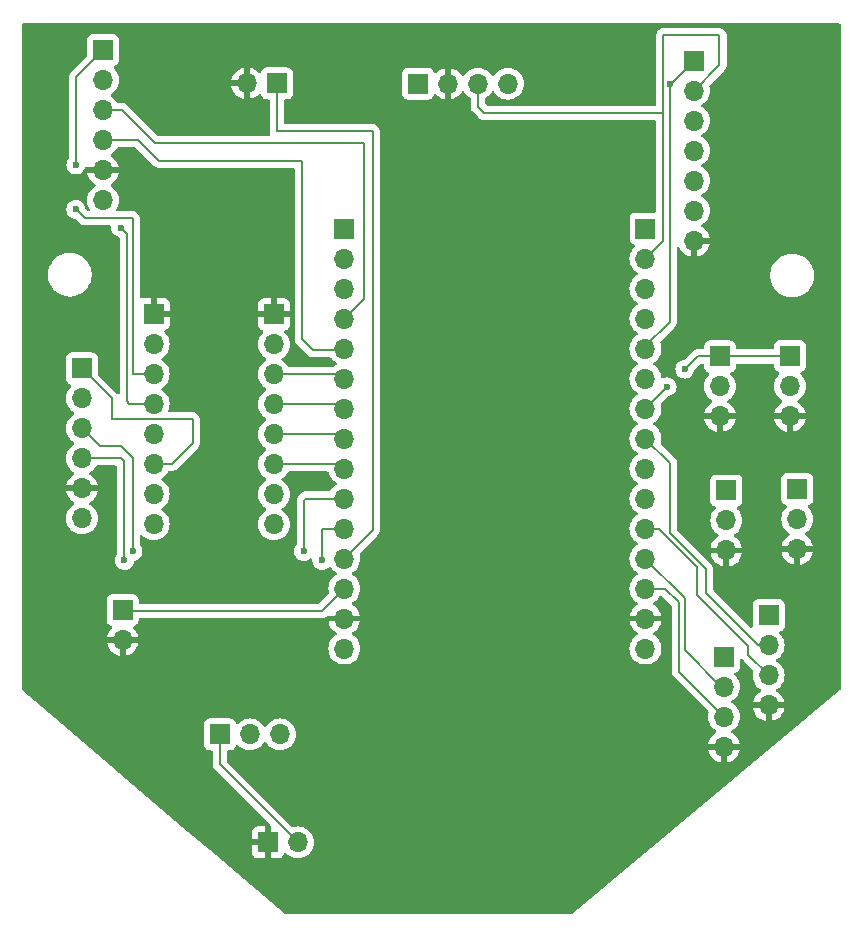
<source format=gtl>
%TF.GenerationSoftware,KiCad,Pcbnew,8.0.6*%
%TF.CreationDate,2025-01-23T10:29:06+01:00*%
%TF.ProjectId,Pcb pami 2025,50636220-7061-46d6-9920-323032352e6b,rev?*%
%TF.SameCoordinates,Original*%
%TF.FileFunction,Copper,L1,Top*%
%TF.FilePolarity,Positive*%
%FSLAX46Y46*%
G04 Gerber Fmt 4.6, Leading zero omitted, Abs format (unit mm)*
G04 Created by KiCad (PCBNEW 8.0.6) date 2025-01-23 10:29:06*
%MOMM*%
%LPD*%
G01*
G04 APERTURE LIST*
%TA.AperFunction,ComponentPad*%
%ADD10R,1.700000X1.700000*%
%TD*%
%TA.AperFunction,ComponentPad*%
%ADD11O,1.700000X1.700000*%
%TD*%
%TA.AperFunction,ViaPad*%
%ADD12C,0.600000*%
%TD*%
%TA.AperFunction,Conductor*%
%ADD13C,0.200000*%
%TD*%
G04 APERTURE END LIST*
D10*
%TO.P,J10,1,Pin_1*%
%TO.N,VCC*%
X129760000Y-78470000D03*
D11*
%TO.P,J10,2,Pin_2*%
%TO.N,/D2*%
X129760000Y-81010000D03*
%TO.P,J10,3,Pin_3*%
%TO.N,/D15*%
X129760000Y-83550000D03*
%TO.P,J10,4,Pin_4*%
%TO.N,GND*%
X129760000Y-86090000D03*
%TD*%
%TO.P,U1,1,VIN*%
%TO.N,VCC*%
X97622000Y-77781200D03*
%TO.P,U1,2,GND*%
%TO.N,GND*%
X97622000Y-75241200D03*
%TO.P,U1,3,D13*%
%TO.N,/D13*%
X97622000Y-72701200D03*
%TO.P,U1,4,D12*%
%TO.N,/D12*%
X97622000Y-70161200D03*
%TO.P,U1,5,D14*%
%TO.N,/D14*%
X97622000Y-67621200D03*
%TO.P,U1,6,D27*%
%TO.N,/D27*%
X97622000Y-65081200D03*
%TO.P,U1,7,D26*%
%TO.N,/D26*%
X97622000Y-62541200D03*
%TO.P,U1,8,D25*%
%TO.N,/D25*%
X97622000Y-60001200D03*
%TO.P,U1,9,D33*%
%TO.N,/D33*%
X97622000Y-57461200D03*
%TO.P,U1,10,D32*%
%TO.N,/D32*%
X97622000Y-54921200D03*
%TO.P,U1,11,D35*%
%TO.N,/D35*%
X97622000Y-52381200D03*
%TO.P,U1,12,D34*%
%TO.N,/D34*%
X97622000Y-49841200D03*
%TO.P,U1,13,UN*%
%TO.N,unconnected-(U1-UN-Pad13)*%
X97622000Y-47301200D03*
%TO.P,U1,14,UP*%
%TO.N,unconnected-(U1-UP-Pad14)*%
X97622000Y-44761200D03*
D10*
%TO.P,U1,15,EN*%
%TO.N,unconnected-(U1-EN-Pad15)*%
X97622000Y-42221200D03*
D11*
%TO.P,U1,16,3V3*%
%TO.N,/3V*%
X123122000Y-77781200D03*
%TO.P,U1,17,GND*%
%TO.N,GND*%
X123122000Y-75241200D03*
%TO.P,U1,18,D15*%
%TO.N,/D15*%
X123122000Y-72701200D03*
%TO.P,U1,19,D2*%
%TO.N,/D2*%
X123122000Y-70161200D03*
%TO.P,U1,20,D4*%
%TO.N,/D4*%
X123122000Y-67621200D03*
%TO.P,U1,21,RX2*%
%TO.N,unconnected-(U1-RX2-Pad21)*%
X123122000Y-65081200D03*
%TO.P,U1,22,TX2*%
%TO.N,unconnected-(U1-TX2-Pad22)*%
X123122000Y-62541200D03*
%TO.P,U1,23,D5*%
%TO.N,/D5*%
X123122000Y-60001200D03*
%TO.P,U1,24,D18*%
%TO.N,/D18*%
X123122000Y-57461200D03*
%TO.P,U1,25,D19*%
%TO.N,/D19*%
X123122000Y-54921200D03*
%TO.P,U1,26,D21*%
%TO.N,/SDA*%
X123122000Y-52381200D03*
%TO.P,U1,27,RXD*%
%TO.N,unconnected-(U1-RXD-Pad27)*%
X123122000Y-49841200D03*
%TO.P,U1,28,TXD*%
%TO.N,unconnected-(U1-TXD-Pad28)*%
X123122000Y-47301200D03*
%TO.P,U1,29,D22*%
%TO.N,/SCL*%
X123122000Y-44761200D03*
D10*
%TO.P,U1,30,D23*%
%TO.N,/D23*%
X123122000Y-42221200D03*
%TD*%
%TO.P,J8,1,Pin_1*%
%TO.N,/BOUT1*%
X77200000Y-27110000D03*
D11*
%TO.P,J8,2,Pin_2*%
%TO.N,VCC*%
X77200000Y-29650000D03*
%TO.P,J8,3,Pin_3*%
%TO.N,/D34*%
X77200000Y-32190000D03*
%TO.P,J8,4,Pin_4*%
%TO.N,/D35*%
X77200000Y-34730000D03*
%TO.P,J8,5,Pin_5*%
%TO.N,GND*%
X77200000Y-37270000D03*
%TO.P,J8,6,Pin_6*%
%TO.N,/BOUT2*%
X77200000Y-39810000D03*
%TD*%
D10*
%TO.P,J4,1,Pin_1*%
%TO.N,VCC*%
X133550000Y-74970000D03*
D11*
%TO.P,J4,2,Pin_2*%
%TO.N,/D5*%
X133550000Y-77510000D03*
%TO.P,J4,3,Pin_3*%
%TO.N,/D4*%
X133550000Y-80050000D03*
%TO.P,J4,4,Pin_4*%
%TO.N,GND*%
X133550000Y-82590000D03*
%TD*%
D10*
%TO.P,J14,1,Pin_1*%
%TO.N,VCC*%
X103850000Y-29950000D03*
D11*
%TO.P,J14,2,Pin_2*%
%TO.N,GND*%
X106390000Y-29950000D03*
%TO.P,J14,3,Pin_3*%
%TO.N,/SCL*%
X108930000Y-29950000D03*
%TO.P,J14,4,Pin_4*%
%TO.N,/SDA*%
X111470000Y-29950000D03*
%TD*%
D10*
%TO.P,J12,1,Pin_1*%
%TO.N,/D18*%
X135350000Y-53020000D03*
D11*
%TO.P,J12,2,Pin_2*%
%TO.N,VCC*%
X135350000Y-55560000D03*
%TO.P,J12,3,Pin_3*%
%TO.N,GND*%
X135350000Y-58100000D03*
%TD*%
D10*
%TO.P,J11,1,Pin_1*%
%TO.N,/SDA*%
X127220000Y-28010000D03*
D11*
%TO.P,J11,2,Pin_2*%
%TO.N,/SCL*%
X127220000Y-30550000D03*
%TO.P,J11,3,Pin_3*%
%TO.N,unconnected-(J11-Pin_3-Pad3)*%
X127220000Y-33090000D03*
%TO.P,J11,4,Pin_4*%
%TO.N,unconnected-(J11-Pin_4-Pad4)*%
X127220000Y-35630000D03*
%TO.P,J11,5,Pin_5*%
%TO.N,VCC*%
X127220000Y-38170000D03*
%TO.P,J11,6,Pin_6*%
%TO.N,/3V*%
X127220000Y-40710000D03*
%TO.P,J11,7,Pin_7*%
%TO.N,GND*%
X127220000Y-43250000D03*
%TD*%
D10*
%TO.P,J1,1,Pin_1*%
%TO.N,/D19*%
X129970000Y-64400000D03*
D11*
%TO.P,J1,2,Pin_2*%
%TO.N,VCC*%
X129970000Y-66940000D03*
%TO.P,J1,3,Pin_3*%
%TO.N,GND*%
X129970000Y-69480000D03*
%TD*%
D10*
%TO.P,J6,1,Pin_1*%
%TO.N,Net-(J5-Pin_2)*%
X87084000Y-85052000D03*
D11*
%TO.P,J6,2,Pin_2*%
%TO.N,unconnected-(J6-Pin_2-Pad2)*%
X89624000Y-85052000D03*
%TO.P,J6,3,Pin_3*%
%TO.N,VCC*%
X92164000Y-85052000D03*
%TD*%
D10*
%TO.P,J7,1,Pin_1*%
%TO.N,/D12*%
X91915000Y-29934000D03*
D11*
%TO.P,J7,2,Pin_2*%
%TO.N,GND*%
X89375000Y-29934000D03*
%TD*%
D10*
%TO.P,J5,1,Pin_1*%
%TO.N,GND*%
X91148000Y-94196000D03*
D11*
%TO.P,J5,2,Pin_2*%
%TO.N,Net-(J5-Pin_2)*%
X93688000Y-94196000D03*
%TD*%
D10*
%TO.P,J13,1,Pin_1*%
%TO.N,/D13*%
X78850000Y-74505000D03*
D11*
%TO.P,J13,2,Pin_2*%
%TO.N,GND*%
X78850000Y-77045000D03*
%TD*%
D10*
%TO.P,J2,1,Pin_1*%
%TO.N,/D18*%
X129420000Y-53050000D03*
D11*
%TO.P,J2,2,Pin_2*%
%TO.N,VCC*%
X129420000Y-55590000D03*
%TO.P,J2,3,Pin_3*%
%TO.N,GND*%
X129420000Y-58130000D03*
%TD*%
D10*
%TO.P,U2,1,GND*%
%TO.N,GND*%
X81486000Y-49442000D03*
D11*
%TO.P,U2,2,VIN*%
%TO.N,VCC*%
X81486000Y-51982000D03*
%TO.P,U2,3,BOUT1*%
%TO.N,/BOUT1*%
X81486000Y-54522000D03*
%TO.P,U2,4,BOUT2*%
%TO.N,/BOUT2*%
X81486000Y-57062000D03*
%TO.P,U2,5,AOUT2*%
%TO.N,/AOUT2*%
X81486000Y-59602000D03*
%TO.P,U2,6,AOUT1*%
%TO.N,/AOUT1*%
X81486000Y-62142000D03*
%TO.P,U2,7,AISEN*%
%TO.N,unconnected-(U2-AISEN-Pad7)*%
X81486000Y-64682000D03*
%TO.P,U2,8,BISEN*%
%TO.N,unconnected-(U2-BISEN-Pad8)*%
X81486000Y-67222000D03*
D10*
%TO.P,U2,9,GND*%
%TO.N,GND*%
X91666000Y-49492000D03*
D11*
%TO.P,U2,10,VMM*%
%TO.N,unconnected-(U2-VMM-Pad10)*%
X91666000Y-52032000D03*
%TO.P,U2,11,BIN1*%
%TO.N,/D32*%
X91666000Y-54572000D03*
%TO.P,U2,12,BIN2*%
%TO.N,/D33*%
X91666000Y-57112000D03*
%TO.P,U2,13,AIN2*%
%TO.N,/D25*%
X91666000Y-59652000D03*
%TO.P,U2,14,AIN1*%
%TO.N,/D26*%
X91666000Y-62192000D03*
%TO.P,U2,15,SLP*%
%TO.N,unconnected-(U2-SLP-Pad15)*%
X91666000Y-64732000D03*
%TO.P,U2,16,FLT*%
%TO.N,unconnected-(U2-FLT-Pad16)*%
X91666000Y-67272000D03*
%TD*%
D10*
%TO.P,J3,1,Pin_1*%
%TO.N,/D23*%
X135980000Y-64290000D03*
D11*
%TO.P,J3,2,Pin_2*%
%TO.N,VCC*%
X135980000Y-66830000D03*
%TO.P,J3,3,Pin_3*%
%TO.N,GND*%
X135980000Y-69370000D03*
%TD*%
D10*
%TO.P,J9,1,Pin_1*%
%TO.N,/AOUT1*%
X75400000Y-54064000D03*
D11*
%TO.P,J9,2,Pin_2*%
%TO.N,VCC*%
X75400000Y-56604000D03*
%TO.P,J9,3,Pin_3*%
%TO.N,/D27*%
X75400000Y-59144000D03*
%TO.P,J9,4,Pin_4*%
%TO.N,/D14*%
X75400000Y-61684000D03*
%TO.P,J9,5,Pin_5*%
%TO.N,GND*%
X75400000Y-64224000D03*
%TO.P,J9,6,Pin_6*%
%TO.N,/AOUT2*%
X75400000Y-66764000D03*
%TD*%
D12*
%TO.N,/D14*%
X79010000Y-70320000D03*
X95720000Y-70320000D03*
%TO.N,/BOUT1*%
X74892000Y-36840000D03*
X74892000Y-40602000D03*
%TO.N,/BOUT2*%
X78690000Y-42170000D03*
%TO.N,/D18*%
X126451600Y-54131600D03*
X124951600Y-55631600D03*
%TO.N,/SDA*%
X125220000Y-29970000D03*
%TO.N,/D27*%
X94180000Y-69558000D03*
X79730000Y-69558000D03*
%TD*%
D13*
%TO.N,Net-(J5-Pin_2)*%
X87084000Y-85052000D02*
X87084000Y-87592000D01*
X87084000Y-87592000D02*
X93688000Y-94196000D01*
%TO.N,/D14*%
X78956000Y-61938000D02*
X78956000Y-70320000D01*
X95720000Y-67621200D02*
X97622000Y-67621200D01*
X78702000Y-61684000D02*
X78956000Y-61938000D01*
X95720000Y-70320000D02*
X95720000Y-67621200D01*
X78956000Y-70320000D02*
X79010000Y-70320000D01*
X75400000Y-61684000D02*
X78702000Y-61684000D01*
%TO.N,/D25*%
X91666000Y-59652000D02*
X97272800Y-59652000D01*
X97272800Y-59652000D02*
X97622000Y-60001200D01*
%TO.N,/D26*%
X91666000Y-62192000D02*
X97272800Y-62192000D01*
X97272800Y-62192000D02*
X97622000Y-62541200D01*
%TO.N,/D32*%
X91666000Y-54572000D02*
X97272800Y-54572000D01*
X97272800Y-54572000D02*
X97622000Y-54921200D01*
%TO.N,/D33*%
X97272800Y-57112000D02*
X97622000Y-57461200D01*
X91666000Y-57112000D02*
X97272800Y-57112000D01*
%TO.N,/D2*%
X123122000Y-70161200D02*
X126454000Y-73493200D01*
X126454000Y-73493200D02*
X126454000Y-77940000D01*
X126454000Y-77940000D02*
X129524000Y-81010000D01*
X129524000Y-81010000D02*
X129760000Y-81010000D01*
%TO.N,/BOUT1*%
X79768000Y-54522000D02*
X79718000Y-54472000D01*
X74892000Y-29418000D02*
X77200000Y-27110000D01*
X75654000Y-41364000D02*
X74892000Y-40602000D01*
X81486000Y-54522000D02*
X79768000Y-54522000D01*
X79718000Y-54472000D02*
X79718000Y-41364000D01*
X74892000Y-36840000D02*
X74892000Y-29418000D01*
X79718000Y-41364000D02*
X75654000Y-41364000D01*
%TO.N,/BOUT2*%
X79210000Y-56858000D02*
X79414000Y-57062000D01*
X79414000Y-57062000D02*
X81486000Y-57062000D01*
X78690000Y-42170000D02*
X79210000Y-42690000D01*
X79210000Y-42690000D02*
X79210000Y-56858000D01*
%TO.N,/AOUT1*%
X84798000Y-58382000D02*
X77940000Y-58382000D01*
X77940000Y-56604000D02*
X75400000Y-54064000D01*
X81486000Y-62142000D02*
X83070000Y-62142000D01*
X77940000Y-58382000D02*
X77940000Y-56604000D01*
X84798000Y-60414000D02*
X84798000Y-58382000D01*
X83070000Y-62142000D02*
X84798000Y-60414000D01*
%TO.N,/D18*%
X127530000Y-53053200D02*
X127713200Y-53053200D01*
X135320000Y-53050000D02*
X135350000Y-53020000D01*
X127713200Y-53053200D02*
X127716400Y-53050000D01*
X126451600Y-54131600D02*
X127530000Y-53053200D01*
X127716400Y-53050000D02*
X129420000Y-53050000D01*
X123122000Y-57461200D02*
X124951600Y-55631600D01*
X129420000Y-53050000D02*
X135320000Y-53050000D01*
%TO.N,/D5*%
X128280000Y-73110000D02*
X128280000Y-71084314D01*
X125220000Y-62099200D02*
X123122000Y-60001200D01*
X132680000Y-77510000D02*
X128280000Y-73110000D01*
X125220000Y-68024314D02*
X125220000Y-62099200D01*
X128280000Y-71084314D02*
X125220000Y-68024314D01*
X133550000Y-77510000D02*
X132680000Y-77510000D01*
%TO.N,/D4*%
X124251200Y-67621200D02*
X127500000Y-70870000D01*
X131830000Y-78330000D02*
X133550000Y-80050000D01*
X131830000Y-77580000D02*
X131830000Y-78330000D01*
X127500000Y-70870000D02*
X127500000Y-73250000D01*
X127500000Y-73250000D02*
X131830000Y-77580000D01*
X123122000Y-67621200D02*
X124251200Y-67621200D01*
%TO.N,/SDA*%
X125220000Y-29970000D02*
X125260000Y-29970000D01*
X123122000Y-52178000D02*
X125170000Y-50130000D01*
X125260000Y-29970000D02*
X127220000Y-28010000D01*
X125170000Y-50130000D02*
X125170000Y-30060000D01*
X123122000Y-52381200D02*
X123122000Y-52178000D01*
%TO.N,/SCL*%
X129390000Y-25870000D02*
X129390000Y-28380000D01*
X109460000Y-32440000D02*
X124620000Y-32440000D01*
X124620000Y-43263200D02*
X124620000Y-32440000D01*
X108930000Y-31910000D02*
X109460000Y-32440000D01*
X124620000Y-32440000D02*
X124620000Y-31680000D01*
X123122000Y-44761200D02*
X124620000Y-43263200D01*
X108930000Y-29950000D02*
X108930000Y-31910000D01*
X124620000Y-25870000D02*
X129390000Y-25870000D01*
X129390000Y-28380000D02*
X127220000Y-30550000D01*
X124620000Y-31680000D02*
X124620000Y-25870000D01*
%TO.N,/D27*%
X76924000Y-60668000D02*
X78702000Y-60668000D01*
X94196000Y-69558000D02*
X94196000Y-65240000D01*
X94196000Y-65240000D02*
X94354800Y-65081200D01*
X79718000Y-69558000D02*
X79730000Y-69558000D01*
X79718000Y-61684000D02*
X79718000Y-69558000D01*
X94180000Y-69558000D02*
X94196000Y-69558000D01*
X78702000Y-60668000D02*
X79718000Y-61684000D01*
X94354800Y-65081200D02*
X97622000Y-65081200D01*
X75400000Y-59144000D02*
X76924000Y-60668000D01*
%TO.N,/D34*%
X81624000Y-35014000D02*
X99276000Y-35014000D01*
X99276000Y-35014000D02*
X99276000Y-48187200D01*
X99276000Y-48187200D02*
X97622000Y-49841200D01*
X78800000Y-32190000D02*
X81624000Y-35014000D01*
X77200000Y-32190000D02*
X78800000Y-32190000D01*
%TO.N,/D13*%
X95723200Y-74600000D02*
X97622000Y-72701200D01*
X78994000Y-74600000D02*
X95723200Y-74600000D01*
X78956000Y-74638000D02*
X78994000Y-74600000D01*
%TO.N,/D12*%
X100038000Y-33998000D02*
X100038000Y-67745200D01*
X100038000Y-67745200D02*
X97622000Y-70161200D01*
X91915000Y-29934000D02*
X91915000Y-33998000D01*
X91915000Y-33998000D02*
X100038000Y-33998000D01*
%TO.N,/D35*%
X81910000Y-36480000D02*
X94020000Y-36480000D01*
X97463200Y-52540000D02*
X97622000Y-52381200D01*
X77200000Y-34730000D02*
X80160000Y-34730000D01*
X95010000Y-52540000D02*
X97463200Y-52540000D01*
X80160000Y-34730000D02*
X81910000Y-36480000D01*
X94020000Y-36480000D02*
X94020000Y-51550000D01*
X94020000Y-51550000D02*
X95010000Y-52540000D01*
%TO.N,/D15*%
X125946000Y-79736000D02*
X129760000Y-83550000D01*
X125946000Y-73876000D02*
X125946000Y-79736000D01*
X124771200Y-72701200D02*
X125946000Y-73876000D01*
X123122000Y-72701200D02*
X124771200Y-72701200D01*
%TD*%
%TA.AperFunction,Conductor*%
%TO.N,GND*%
G36*
X139612539Y-24866185D02*
G01*
X139658294Y-24918989D01*
X139669500Y-24970500D01*
X139669500Y-81203910D01*
X139649815Y-81270949D01*
X139624986Y-81299084D01*
X116909003Y-100270674D01*
X116844930Y-100298538D01*
X116829517Y-100299500D01*
X92648359Y-100299500D01*
X92581320Y-100279815D01*
X92567836Y-100269797D01*
X86733990Y-95288086D01*
X83891674Y-92860939D01*
X73695549Y-84154135D01*
X85733500Y-84154135D01*
X85733500Y-85949870D01*
X85733501Y-85949876D01*
X85739908Y-86009483D01*
X85790202Y-86144328D01*
X85790206Y-86144335D01*
X85876452Y-86259544D01*
X85876455Y-86259547D01*
X85991664Y-86345793D01*
X85991671Y-86345797D01*
X86036618Y-86362561D01*
X86126517Y-86396091D01*
X86186127Y-86402500D01*
X86359500Y-86402499D01*
X86426539Y-86422183D01*
X86472294Y-86474987D01*
X86483500Y-86526499D01*
X86483500Y-87505330D01*
X86483499Y-87505348D01*
X86483499Y-87671054D01*
X86483498Y-87671054D01*
X86524423Y-87823785D01*
X86553358Y-87873900D01*
X86553359Y-87873904D01*
X86553360Y-87873904D01*
X86603479Y-87960714D01*
X86603481Y-87960717D01*
X86722349Y-88079585D01*
X86722355Y-88079590D01*
X91361681Y-92718916D01*
X91395166Y-92780239D01*
X91398000Y-92806597D01*
X91398000Y-93762988D01*
X91340993Y-93730075D01*
X91213826Y-93696000D01*
X91082174Y-93696000D01*
X90955007Y-93730075D01*
X90898000Y-93762988D01*
X90898000Y-92846000D01*
X90250155Y-92846000D01*
X90190627Y-92852401D01*
X90190620Y-92852403D01*
X90055913Y-92902645D01*
X90055906Y-92902649D01*
X89940812Y-92988809D01*
X89940809Y-92988812D01*
X89854649Y-93103906D01*
X89854645Y-93103913D01*
X89804403Y-93238620D01*
X89804401Y-93238627D01*
X89798000Y-93298155D01*
X89798000Y-93946000D01*
X90714988Y-93946000D01*
X90682075Y-94003007D01*
X90648000Y-94130174D01*
X90648000Y-94261826D01*
X90682075Y-94388993D01*
X90714988Y-94446000D01*
X89798000Y-94446000D01*
X89798000Y-95093844D01*
X89804401Y-95153372D01*
X89804403Y-95153379D01*
X89854645Y-95288086D01*
X89854649Y-95288093D01*
X89940809Y-95403187D01*
X89940812Y-95403190D01*
X90055906Y-95489350D01*
X90055913Y-95489354D01*
X90190620Y-95539596D01*
X90190627Y-95539598D01*
X90250155Y-95545999D01*
X90250172Y-95546000D01*
X90898000Y-95546000D01*
X90898000Y-94629012D01*
X90955007Y-94661925D01*
X91082174Y-94696000D01*
X91213826Y-94696000D01*
X91340993Y-94661925D01*
X91398000Y-94629012D01*
X91398000Y-95546000D01*
X92045828Y-95546000D01*
X92045844Y-95545999D01*
X92105372Y-95539598D01*
X92105379Y-95539596D01*
X92240086Y-95489354D01*
X92240093Y-95489350D01*
X92355187Y-95403190D01*
X92355190Y-95403187D01*
X92441350Y-95288093D01*
X92441354Y-95288086D01*
X92490422Y-95156529D01*
X92532293Y-95100595D01*
X92597757Y-95076178D01*
X92666030Y-95091030D01*
X92694285Y-95112181D01*
X92816599Y-95234495D01*
X92893135Y-95288086D01*
X93010165Y-95370032D01*
X93010167Y-95370033D01*
X93010170Y-95370035D01*
X93224337Y-95469903D01*
X93452592Y-95531063D01*
X93623319Y-95546000D01*
X93687999Y-95551659D01*
X93688000Y-95551659D01*
X93688001Y-95551659D01*
X93752681Y-95546000D01*
X93923408Y-95531063D01*
X94151663Y-95469903D01*
X94365830Y-95370035D01*
X94559401Y-95234495D01*
X94726495Y-95067401D01*
X94862035Y-94873830D01*
X94961903Y-94659663D01*
X95023063Y-94431408D01*
X95043659Y-94196000D01*
X95023063Y-93960592D01*
X94961903Y-93732337D01*
X94862035Y-93518171D01*
X94726495Y-93324599D01*
X94726494Y-93324597D01*
X94559402Y-93157506D01*
X94559395Y-93157501D01*
X94365834Y-93021967D01*
X94365830Y-93021965D01*
X94294727Y-92988809D01*
X94151663Y-92922097D01*
X94151659Y-92922096D01*
X94151655Y-92922094D01*
X93923413Y-92860938D01*
X93923403Y-92860936D01*
X93688001Y-92840341D01*
X93687999Y-92840341D01*
X93452596Y-92860936D01*
X93452583Y-92860939D01*
X93324241Y-92895327D01*
X93254392Y-92893664D01*
X93204468Y-92863233D01*
X87720819Y-87379584D01*
X87687334Y-87318261D01*
X87684500Y-87291903D01*
X87684500Y-86526499D01*
X87704185Y-86459460D01*
X87756989Y-86413705D01*
X87808500Y-86402499D01*
X87981871Y-86402499D01*
X87981872Y-86402499D01*
X88041483Y-86396091D01*
X88176331Y-86345796D01*
X88291546Y-86259546D01*
X88377796Y-86144331D01*
X88426810Y-86012916D01*
X88468681Y-85956984D01*
X88534145Y-85932566D01*
X88602418Y-85947417D01*
X88630673Y-85968569D01*
X88752599Y-86090495D01*
X88845901Y-86155826D01*
X88946165Y-86226032D01*
X88946167Y-86226033D01*
X88946170Y-86226035D01*
X89160337Y-86325903D01*
X89388592Y-86387063D01*
X89565034Y-86402500D01*
X89623999Y-86407659D01*
X89624000Y-86407659D01*
X89624001Y-86407659D01*
X89682966Y-86402500D01*
X89859408Y-86387063D01*
X90087663Y-86325903D01*
X90301830Y-86226035D01*
X90495401Y-86090495D01*
X90662495Y-85923401D01*
X90792425Y-85737842D01*
X90847002Y-85694217D01*
X90916500Y-85687023D01*
X90978855Y-85718546D01*
X90995575Y-85737842D01*
X91125500Y-85923395D01*
X91125505Y-85923401D01*
X91292599Y-86090495D01*
X91385901Y-86155826D01*
X91486165Y-86226032D01*
X91486167Y-86226033D01*
X91486170Y-86226035D01*
X91700337Y-86325903D01*
X91928592Y-86387063D01*
X92105034Y-86402500D01*
X92163999Y-86407659D01*
X92164000Y-86407659D01*
X92164001Y-86407659D01*
X92222966Y-86402500D01*
X92399408Y-86387063D01*
X92627663Y-86325903D01*
X92841830Y-86226035D01*
X93035401Y-86090495D01*
X93202495Y-85923401D01*
X93338035Y-85729830D01*
X93437903Y-85515663D01*
X93499063Y-85287408D01*
X93519659Y-85052000D01*
X93519649Y-85051891D01*
X93508275Y-84921880D01*
X93499063Y-84816592D01*
X93437903Y-84588337D01*
X93338035Y-84374171D01*
X93332425Y-84366158D01*
X93202494Y-84180597D01*
X93035402Y-84013506D01*
X93035395Y-84013501D01*
X92841834Y-83877967D01*
X92841830Y-83877965D01*
X92810666Y-83863433D01*
X92627663Y-83778097D01*
X92627659Y-83778096D01*
X92627655Y-83778094D01*
X92399413Y-83716938D01*
X92399403Y-83716936D01*
X92164001Y-83696341D01*
X92163999Y-83696341D01*
X91928596Y-83716936D01*
X91928586Y-83716938D01*
X91700344Y-83778094D01*
X91700335Y-83778098D01*
X91486171Y-83877964D01*
X91486169Y-83877965D01*
X91292597Y-84013505D01*
X91125505Y-84180597D01*
X90995575Y-84366158D01*
X90940998Y-84409783D01*
X90871500Y-84416977D01*
X90809145Y-84385454D01*
X90792425Y-84366158D01*
X90662494Y-84180597D01*
X90495402Y-84013506D01*
X90495395Y-84013501D01*
X90301834Y-83877967D01*
X90301830Y-83877965D01*
X90270666Y-83863433D01*
X90087663Y-83778097D01*
X90087659Y-83778096D01*
X90087655Y-83778094D01*
X89859413Y-83716938D01*
X89859403Y-83716936D01*
X89624001Y-83696341D01*
X89623999Y-83696341D01*
X89388596Y-83716936D01*
X89388586Y-83716938D01*
X89160344Y-83778094D01*
X89160335Y-83778098D01*
X88946171Y-83877964D01*
X88946169Y-83877965D01*
X88752600Y-84013503D01*
X88630673Y-84135430D01*
X88569350Y-84168914D01*
X88499658Y-84163930D01*
X88443725Y-84122058D01*
X88426810Y-84091081D01*
X88377797Y-83959671D01*
X88377793Y-83959664D01*
X88291547Y-83844455D01*
X88291544Y-83844452D01*
X88176335Y-83758206D01*
X88176328Y-83758202D01*
X88041482Y-83707908D01*
X88041483Y-83707908D01*
X87981883Y-83701501D01*
X87981881Y-83701500D01*
X87981873Y-83701500D01*
X87981864Y-83701500D01*
X86186129Y-83701500D01*
X86186123Y-83701501D01*
X86126516Y-83707908D01*
X85991671Y-83758202D01*
X85991664Y-83758206D01*
X85876455Y-83844452D01*
X85876452Y-83844455D01*
X85790206Y-83959664D01*
X85790202Y-83959671D01*
X85739908Y-84094517D01*
X85733501Y-84154116D01*
X85733500Y-84154135D01*
X73695549Y-84154135D01*
X70355977Y-81302366D01*
X70317778Y-81243863D01*
X70312500Y-81208069D01*
X70312500Y-56603999D01*
X74044341Y-56603999D01*
X74044341Y-56604000D01*
X74064936Y-56839403D01*
X74064938Y-56839413D01*
X74126094Y-57067655D01*
X74126096Y-57067659D01*
X74126097Y-57067663D01*
X74208038Y-57243385D01*
X74225965Y-57281830D01*
X74225967Y-57281834D01*
X74361501Y-57475395D01*
X74361506Y-57475402D01*
X74528597Y-57642493D01*
X74528603Y-57642498D01*
X74714158Y-57772425D01*
X74757783Y-57827002D01*
X74764977Y-57896500D01*
X74733454Y-57958855D01*
X74714158Y-57975575D01*
X74528597Y-58105505D01*
X74361505Y-58272597D01*
X74225965Y-58466169D01*
X74225964Y-58466171D01*
X74126098Y-58680335D01*
X74126094Y-58680344D01*
X74064938Y-58908586D01*
X74064936Y-58908596D01*
X74044341Y-59143999D01*
X74044341Y-59144000D01*
X74064936Y-59379403D01*
X74064938Y-59379413D01*
X74126094Y-59607655D01*
X74126096Y-59607659D01*
X74126097Y-59607663D01*
X74146772Y-59652000D01*
X74225965Y-59821830D01*
X74225967Y-59821834D01*
X74361501Y-60015395D01*
X74361506Y-60015402D01*
X74528597Y-60182493D01*
X74528603Y-60182498D01*
X74714158Y-60312425D01*
X74757783Y-60367002D01*
X74764977Y-60436500D01*
X74733454Y-60498855D01*
X74714158Y-60515575D01*
X74528597Y-60645505D01*
X74361505Y-60812597D01*
X74225965Y-61006169D01*
X74225964Y-61006171D01*
X74126098Y-61220335D01*
X74126094Y-61220344D01*
X74064938Y-61448586D01*
X74064936Y-61448596D01*
X74044341Y-61683999D01*
X74044341Y-61684000D01*
X74064936Y-61919403D01*
X74064938Y-61919413D01*
X74126094Y-62147655D01*
X74126096Y-62147659D01*
X74126097Y-62147663D01*
X74198839Y-62303658D01*
X74225965Y-62361830D01*
X74225967Y-62361834D01*
X74361501Y-62555395D01*
X74361506Y-62555402D01*
X74528597Y-62722493D01*
X74528603Y-62722498D01*
X74605873Y-62776603D01*
X74656689Y-62812185D01*
X74714594Y-62852730D01*
X74758219Y-62907307D01*
X74765413Y-62976805D01*
X74733890Y-63039160D01*
X74714595Y-63055880D01*
X74528922Y-63185890D01*
X74528920Y-63185891D01*
X74361891Y-63352920D01*
X74361886Y-63352926D01*
X74226400Y-63546420D01*
X74226399Y-63546422D01*
X74126570Y-63760507D01*
X74126567Y-63760513D01*
X74069364Y-63973999D01*
X74069364Y-63974000D01*
X74966988Y-63974000D01*
X74934075Y-64031007D01*
X74900000Y-64158174D01*
X74900000Y-64289826D01*
X74934075Y-64416993D01*
X74966988Y-64474000D01*
X74069364Y-64474000D01*
X74126567Y-64687486D01*
X74126570Y-64687492D01*
X74226399Y-64901578D01*
X74361894Y-65095082D01*
X74528917Y-65262105D01*
X74714595Y-65392119D01*
X74758219Y-65446696D01*
X74765412Y-65516195D01*
X74733890Y-65578549D01*
X74714595Y-65595269D01*
X74528594Y-65725508D01*
X74361505Y-65892597D01*
X74225965Y-66086169D01*
X74225964Y-66086171D01*
X74126098Y-66300335D01*
X74126094Y-66300344D01*
X74064938Y-66528586D01*
X74064936Y-66528596D01*
X74044341Y-66763999D01*
X74044341Y-66764000D01*
X74064936Y-66999403D01*
X74064938Y-66999413D01*
X74126094Y-67227655D01*
X74126096Y-67227659D01*
X74126097Y-67227663D01*
X74156874Y-67293664D01*
X74225965Y-67441830D01*
X74225967Y-67441834D01*
X74275197Y-67512141D01*
X74361505Y-67635401D01*
X74528599Y-67802495D01*
X74622854Y-67868493D01*
X74722165Y-67938032D01*
X74722167Y-67938033D01*
X74722170Y-67938035D01*
X74936337Y-68037903D01*
X75164592Y-68099063D01*
X75334359Y-68113916D01*
X75399999Y-68119659D01*
X75400000Y-68119659D01*
X75400001Y-68119659D01*
X75465641Y-68113916D01*
X75635408Y-68099063D01*
X75863663Y-68037903D01*
X76077830Y-67938035D01*
X76271401Y-67802495D01*
X76438495Y-67635401D01*
X76574035Y-67441830D01*
X76673903Y-67227663D01*
X76735063Y-66999408D01*
X76755659Y-66764000D01*
X76735063Y-66528592D01*
X76687532Y-66351200D01*
X76673905Y-66300344D01*
X76673904Y-66300343D01*
X76673903Y-66300337D01*
X76574035Y-66086171D01*
X76551212Y-66053575D01*
X76438494Y-65892597D01*
X76271402Y-65725506D01*
X76271401Y-65725505D01*
X76085405Y-65595269D01*
X76041781Y-65540692D01*
X76034588Y-65471193D01*
X76066110Y-65408839D01*
X76085405Y-65392119D01*
X76271082Y-65262105D01*
X76438105Y-65095082D01*
X76573600Y-64901578D01*
X76673429Y-64687492D01*
X76673432Y-64687486D01*
X76730636Y-64474000D01*
X75833012Y-64474000D01*
X75865925Y-64416993D01*
X75900000Y-64289826D01*
X75900000Y-64158174D01*
X75865925Y-64031007D01*
X75833012Y-63974000D01*
X76730636Y-63974000D01*
X76730635Y-63973999D01*
X76673432Y-63760513D01*
X76673429Y-63760507D01*
X76573600Y-63546422D01*
X76573599Y-63546420D01*
X76438113Y-63352926D01*
X76438108Y-63352920D01*
X76271078Y-63185890D01*
X76085405Y-63055879D01*
X76041780Y-63001302D01*
X76034588Y-62931804D01*
X76066110Y-62869449D01*
X76085406Y-62852730D01*
X76271401Y-62722495D01*
X76438495Y-62555401D01*
X76574035Y-62361830D01*
X76576707Y-62356097D01*
X76622878Y-62303658D01*
X76689091Y-62284500D01*
X78231500Y-62284500D01*
X78298539Y-62304185D01*
X78344294Y-62356989D01*
X78355500Y-62408500D01*
X78355500Y-69821297D01*
X78336494Y-69887269D01*
X78284211Y-69970477D01*
X78284209Y-69970481D01*
X78224633Y-70140737D01*
X78224630Y-70140750D01*
X78204435Y-70319996D01*
X78204435Y-70320003D01*
X78224630Y-70499249D01*
X78224631Y-70499254D01*
X78284211Y-70669523D01*
X78313161Y-70715596D01*
X78380184Y-70822262D01*
X78507738Y-70949816D01*
X78660478Y-71045789D01*
X78765152Y-71082416D01*
X78830745Y-71105368D01*
X78830750Y-71105369D01*
X79009996Y-71125565D01*
X79010000Y-71125565D01*
X79010004Y-71125565D01*
X79189249Y-71105369D01*
X79189252Y-71105368D01*
X79189255Y-71105368D01*
X79359522Y-71045789D01*
X79512262Y-70949816D01*
X79639816Y-70822262D01*
X79735789Y-70669522D01*
X79795368Y-70499255D01*
X79800621Y-70452624D01*
X79827685Y-70388214D01*
X79885279Y-70348657D01*
X79902468Y-70344918D01*
X79902468Y-70344917D01*
X79909253Y-70343368D01*
X79909255Y-70343368D01*
X80079522Y-70283789D01*
X80232262Y-70187816D01*
X80359816Y-70060262D01*
X80455789Y-69907522D01*
X80515368Y-69737255D01*
X80515369Y-69737249D01*
X80535565Y-69558003D01*
X80535565Y-69557996D01*
X80515369Y-69378750D01*
X80515368Y-69378745D01*
X80463320Y-69230000D01*
X80455789Y-69208478D01*
X80436014Y-69177007D01*
X80401892Y-69122701D01*
X80359816Y-69055738D01*
X80354819Y-69050741D01*
X80321334Y-68989418D01*
X80318500Y-68963060D01*
X80318500Y-68263758D01*
X80338185Y-68196719D01*
X80390989Y-68150964D01*
X80460147Y-68141020D01*
X80523703Y-68170045D01*
X80530181Y-68176077D01*
X80614599Y-68260495D01*
X80686011Y-68310498D01*
X80808165Y-68396032D01*
X80808167Y-68396033D01*
X80808170Y-68396035D01*
X81022337Y-68495903D01*
X81022343Y-68495904D01*
X81022344Y-68495905D01*
X81033619Y-68498926D01*
X81250592Y-68557063D01*
X81438918Y-68573539D01*
X81485999Y-68577659D01*
X81486000Y-68577659D01*
X81486001Y-68577659D01*
X81525234Y-68574226D01*
X81721408Y-68557063D01*
X81949663Y-68495903D01*
X82163830Y-68396035D01*
X82357401Y-68260495D01*
X82524495Y-68093401D01*
X82660035Y-67899830D01*
X82759903Y-67685663D01*
X82821063Y-67457408D01*
X82841659Y-67222000D01*
X82821063Y-66986592D01*
X82759903Y-66758337D01*
X82660035Y-66544171D01*
X82649130Y-66528596D01*
X82524494Y-66350597D01*
X82357402Y-66183506D01*
X82357396Y-66183501D01*
X82171842Y-66053575D01*
X82128217Y-65998998D01*
X82121023Y-65929500D01*
X82152546Y-65867145D01*
X82171842Y-65850425D01*
X82265734Y-65784681D01*
X82357401Y-65720495D01*
X82524495Y-65553401D01*
X82660035Y-65359830D01*
X82759903Y-65145663D01*
X82821063Y-64917408D01*
X82841659Y-64682000D01*
X82821063Y-64446592D01*
X82759903Y-64218337D01*
X82660035Y-64004171D01*
X82638910Y-63974000D01*
X82524494Y-63810597D01*
X82357402Y-63643506D01*
X82357396Y-63643501D01*
X82171842Y-63513575D01*
X82128217Y-63458998D01*
X82121023Y-63389500D01*
X82152546Y-63327145D01*
X82171842Y-63310425D01*
X82285989Y-63230498D01*
X82357401Y-63180495D01*
X82524495Y-63013401D01*
X82660035Y-62819830D01*
X82662707Y-62814097D01*
X82708878Y-62761658D01*
X82775091Y-62742500D01*
X82983331Y-62742500D01*
X82983347Y-62742501D01*
X82990943Y-62742501D01*
X83149054Y-62742501D01*
X83149057Y-62742501D01*
X83301785Y-62701577D01*
X83352113Y-62672520D01*
X83352114Y-62672520D01*
X83438709Y-62622524D01*
X83438708Y-62622524D01*
X83438716Y-62622520D01*
X83550520Y-62510716D01*
X83550520Y-62510714D01*
X83560724Y-62500511D01*
X83560728Y-62500506D01*
X85156506Y-60904728D01*
X85156511Y-60904724D01*
X85166714Y-60894520D01*
X85166716Y-60894520D01*
X85278520Y-60782716D01*
X85353700Y-60652500D01*
X85357577Y-60645785D01*
X85398501Y-60493057D01*
X85398501Y-60334943D01*
X85398501Y-60327348D01*
X85398500Y-60327330D01*
X85398500Y-58302945D01*
X85398500Y-58302943D01*
X85357577Y-58150216D01*
X85331764Y-58105506D01*
X85278524Y-58013290D01*
X85278518Y-58013282D01*
X85166717Y-57901481D01*
X85166709Y-57901475D01*
X85029790Y-57822426D01*
X85029786Y-57822424D01*
X85029784Y-57822423D01*
X84877057Y-57781500D01*
X84877056Y-57781500D01*
X82835245Y-57781500D01*
X82768206Y-57761815D01*
X82722451Y-57709011D01*
X82712507Y-57639853D01*
X82722863Y-57605095D01*
X82725239Y-57600000D01*
X82759903Y-57525663D01*
X82821063Y-57297408D01*
X82841659Y-57062000D01*
X82841649Y-57061891D01*
X82831480Y-56945659D01*
X82821063Y-56826592D01*
X82759903Y-56598337D01*
X82660035Y-56384171D01*
X82660034Y-56384169D01*
X82524494Y-56190597D01*
X82357402Y-56023506D01*
X82357396Y-56023501D01*
X82171842Y-55893575D01*
X82128217Y-55838998D01*
X82121023Y-55769500D01*
X82152546Y-55707145D01*
X82171842Y-55690425D01*
X82255848Y-55631603D01*
X82357401Y-55560495D01*
X82524495Y-55393401D01*
X82660035Y-55199830D01*
X82759903Y-54985663D01*
X82821063Y-54757408D01*
X82841659Y-54522000D01*
X82821063Y-54286592D01*
X82759903Y-54058337D01*
X82660035Y-53844171D01*
X82616558Y-53782078D01*
X82524494Y-53650597D01*
X82357402Y-53483506D01*
X82357396Y-53483501D01*
X82171842Y-53353575D01*
X82128217Y-53298998D01*
X82121023Y-53229500D01*
X82152546Y-53167145D01*
X82171842Y-53150425D01*
X82285989Y-53070498D01*
X82357401Y-53020495D01*
X82524495Y-52853401D01*
X82660035Y-52659830D01*
X82759903Y-52445663D01*
X82821063Y-52217408D01*
X82841659Y-51982000D01*
X82821063Y-51746592D01*
X82759903Y-51518337D01*
X82660035Y-51304171D01*
X82658000Y-51301265D01*
X82524496Y-51110600D01*
X82478098Y-51064202D01*
X82402179Y-50988283D01*
X82368696Y-50926963D01*
X82373680Y-50857271D01*
X82415551Y-50801337D01*
X82446529Y-50784422D01*
X82578086Y-50735354D01*
X82578093Y-50735350D01*
X82693187Y-50649190D01*
X82693190Y-50649187D01*
X82779350Y-50534093D01*
X82779354Y-50534086D01*
X82829596Y-50399379D01*
X82829598Y-50399372D01*
X82835999Y-50339844D01*
X82836000Y-50339827D01*
X82836000Y-49692000D01*
X81919012Y-49692000D01*
X81951925Y-49634993D01*
X81986000Y-49507826D01*
X81986000Y-49376174D01*
X81951925Y-49249007D01*
X81919012Y-49192000D01*
X82836000Y-49192000D01*
X82836000Y-48544172D01*
X82835999Y-48544155D01*
X82829598Y-48484627D01*
X82829596Y-48484620D01*
X82779354Y-48349913D01*
X82779350Y-48349906D01*
X82693190Y-48234812D01*
X82693187Y-48234809D01*
X82578093Y-48148649D01*
X82578086Y-48148645D01*
X82443379Y-48098403D01*
X82443372Y-48098401D01*
X82383844Y-48092000D01*
X81736000Y-48092000D01*
X81736000Y-49008988D01*
X81678993Y-48976075D01*
X81551826Y-48942000D01*
X81420174Y-48942000D01*
X81293007Y-48976075D01*
X81236000Y-49008988D01*
X81236000Y-48092000D01*
X80588155Y-48092000D01*
X80528627Y-48098401D01*
X80528621Y-48098402D01*
X80485831Y-48114362D01*
X80416140Y-48119345D01*
X80354817Y-48085859D01*
X80321333Y-48024535D01*
X80318500Y-47998179D01*
X80318500Y-41284945D01*
X80318500Y-41284943D01*
X80277577Y-41132216D01*
X80261438Y-41104262D01*
X80198524Y-40995290D01*
X80198518Y-40995282D01*
X80086717Y-40883481D01*
X80086709Y-40883475D01*
X79949790Y-40804426D01*
X79949786Y-40804424D01*
X79949784Y-40804423D01*
X79797057Y-40763500D01*
X79797056Y-40763500D01*
X78419211Y-40763500D01*
X78352172Y-40743815D01*
X78306417Y-40691011D01*
X78296473Y-40621853D01*
X78317636Y-40568377D01*
X78374032Y-40487834D01*
X78374031Y-40487834D01*
X78374035Y-40487830D01*
X78473903Y-40273663D01*
X78535063Y-40045408D01*
X78555659Y-39810000D01*
X78535063Y-39574592D01*
X78473903Y-39346337D01*
X78374035Y-39132171D01*
X78310479Y-39041402D01*
X78238494Y-38938597D01*
X78071402Y-38771506D01*
X78071401Y-38771505D01*
X77885405Y-38641269D01*
X77841781Y-38586692D01*
X77834588Y-38517193D01*
X77866110Y-38454839D01*
X77885405Y-38438119D01*
X78071082Y-38308105D01*
X78238105Y-38141082D01*
X78373600Y-37947578D01*
X78473429Y-37733492D01*
X78473432Y-37733486D01*
X78530636Y-37520000D01*
X77633012Y-37520000D01*
X77665925Y-37462993D01*
X77700000Y-37335826D01*
X77700000Y-37204174D01*
X77665925Y-37077007D01*
X77633012Y-37020000D01*
X78530636Y-37020000D01*
X78530635Y-37019999D01*
X78473432Y-36806513D01*
X78473429Y-36806507D01*
X78373600Y-36592422D01*
X78373599Y-36592420D01*
X78238113Y-36398926D01*
X78238108Y-36398920D01*
X78071078Y-36231890D01*
X77885405Y-36101879D01*
X77841780Y-36047302D01*
X77834588Y-35977804D01*
X77866110Y-35915449D01*
X77885406Y-35898730D01*
X78071401Y-35768495D01*
X78238495Y-35601401D01*
X78374035Y-35407830D01*
X78376707Y-35402097D01*
X78422878Y-35349658D01*
X78489091Y-35330500D01*
X79859903Y-35330500D01*
X79926942Y-35350185D01*
X79947583Y-35366818D01*
X81541284Y-36960520D01*
X81541286Y-36960521D01*
X81541290Y-36960524D01*
X81644307Y-37020000D01*
X81678216Y-37039577D01*
X81830943Y-37080501D01*
X81830945Y-37080501D01*
X81996654Y-37080501D01*
X81996670Y-37080500D01*
X93295500Y-37080500D01*
X93362539Y-37100185D01*
X93408294Y-37152989D01*
X93419500Y-37204500D01*
X93419500Y-51463330D01*
X93419499Y-51463348D01*
X93419499Y-51629054D01*
X93419498Y-51629054D01*
X93419499Y-51629057D01*
X93460423Y-51781785D01*
X93463891Y-51787792D01*
X93468970Y-51796590D01*
X93468972Y-51796592D01*
X93539477Y-51918712D01*
X93539481Y-51918717D01*
X93658349Y-52037585D01*
X93658355Y-52037590D01*
X94525139Y-52904374D01*
X94525149Y-52904385D01*
X94529479Y-52908715D01*
X94529480Y-52908716D01*
X94641284Y-53020520D01*
X94641286Y-53020521D01*
X94641290Y-53020524D01*
X94727844Y-53070495D01*
X94778216Y-53099577D01*
X94888237Y-53129057D01*
X94888236Y-53129057D01*
X94899679Y-53132122D01*
X94930942Y-53140500D01*
X94930943Y-53140500D01*
X96440461Y-53140500D01*
X96507500Y-53160185D01*
X96542036Y-53193377D01*
X96583501Y-53252596D01*
X96583506Y-53252602D01*
X96750597Y-53419693D01*
X96750603Y-53419698D01*
X96936158Y-53549625D01*
X96979783Y-53604202D01*
X96986977Y-53673700D01*
X96955454Y-53736055D01*
X96936158Y-53752775D01*
X96750597Y-53882705D01*
X96698124Y-53935180D01*
X96636801Y-53968666D01*
X96610442Y-53971500D01*
X92955091Y-53971500D01*
X92888052Y-53951815D01*
X92842711Y-53899909D01*
X92840037Y-53894175D01*
X92840034Y-53894170D01*
X92840033Y-53894169D01*
X92737101Y-53747165D01*
X92704494Y-53700597D01*
X92537402Y-53533506D01*
X92537396Y-53533501D01*
X92351842Y-53403575D01*
X92308217Y-53348998D01*
X92301023Y-53279500D01*
X92332546Y-53217145D01*
X92351842Y-53200425D01*
X92400840Y-53166116D01*
X92537401Y-53070495D01*
X92704495Y-52903401D01*
X92840035Y-52709830D01*
X92939903Y-52495663D01*
X93001063Y-52267408D01*
X93021659Y-52032000D01*
X93001063Y-51796592D01*
X92939903Y-51568337D01*
X92840035Y-51354171D01*
X92832007Y-51342706D01*
X92704496Y-51160600D01*
X92654495Y-51110599D01*
X92582179Y-51038283D01*
X92548696Y-50976963D01*
X92553680Y-50907271D01*
X92595551Y-50851337D01*
X92626529Y-50834422D01*
X92758086Y-50785354D01*
X92758093Y-50785350D01*
X92873187Y-50699190D01*
X92873190Y-50699187D01*
X92959350Y-50584093D01*
X92959354Y-50584086D01*
X93009596Y-50449379D01*
X93009598Y-50449372D01*
X93015999Y-50389844D01*
X93016000Y-50389827D01*
X93016000Y-49742000D01*
X92099012Y-49742000D01*
X92131925Y-49684993D01*
X92166000Y-49557826D01*
X92166000Y-49426174D01*
X92131925Y-49299007D01*
X92099012Y-49242000D01*
X93016000Y-49242000D01*
X93016000Y-48594172D01*
X93015999Y-48594155D01*
X93009598Y-48534627D01*
X93009596Y-48534620D01*
X92959354Y-48399913D01*
X92959350Y-48399906D01*
X92873190Y-48284812D01*
X92873187Y-48284809D01*
X92758093Y-48198649D01*
X92758086Y-48198645D01*
X92623379Y-48148403D01*
X92623372Y-48148401D01*
X92563844Y-48142000D01*
X91916000Y-48142000D01*
X91916000Y-49058988D01*
X91858993Y-49026075D01*
X91731826Y-48992000D01*
X91600174Y-48992000D01*
X91473007Y-49026075D01*
X91416000Y-49058988D01*
X91416000Y-48142000D01*
X90768155Y-48142000D01*
X90708627Y-48148401D01*
X90708620Y-48148403D01*
X90573913Y-48198645D01*
X90573906Y-48198649D01*
X90458812Y-48284809D01*
X90458809Y-48284812D01*
X90372649Y-48399906D01*
X90372645Y-48399913D01*
X90322403Y-48534620D01*
X90322401Y-48534627D01*
X90316000Y-48594155D01*
X90316000Y-49242000D01*
X91232988Y-49242000D01*
X91200075Y-49299007D01*
X91166000Y-49426174D01*
X91166000Y-49557826D01*
X91200075Y-49684993D01*
X91232988Y-49742000D01*
X90316000Y-49742000D01*
X90316000Y-50389844D01*
X90322401Y-50449372D01*
X90322403Y-50449379D01*
X90372645Y-50584086D01*
X90372649Y-50584093D01*
X90458809Y-50699187D01*
X90458812Y-50699190D01*
X90573906Y-50785350D01*
X90573913Y-50785354D01*
X90705470Y-50834421D01*
X90761403Y-50876292D01*
X90785821Y-50941756D01*
X90770970Y-51010029D01*
X90749819Y-51038284D01*
X90627503Y-51160600D01*
X90491965Y-51354169D01*
X90491964Y-51354171D01*
X90392098Y-51568335D01*
X90392094Y-51568344D01*
X90330938Y-51796586D01*
X90330936Y-51796596D01*
X90310341Y-52031999D01*
X90310341Y-52032000D01*
X90330936Y-52267403D01*
X90330938Y-52267413D01*
X90392094Y-52495655D01*
X90392096Y-52495659D01*
X90392097Y-52495663D01*
X90473001Y-52669162D01*
X90491965Y-52709830D01*
X90491967Y-52709834D01*
X90627501Y-52903395D01*
X90627506Y-52903402D01*
X90794597Y-53070493D01*
X90794603Y-53070498D01*
X90980158Y-53200425D01*
X91023783Y-53255002D01*
X91030977Y-53324500D01*
X90999454Y-53386855D01*
X90980158Y-53403575D01*
X90794597Y-53533505D01*
X90627505Y-53700597D01*
X90491965Y-53894169D01*
X90491964Y-53894171D01*
X90392098Y-54108335D01*
X90392094Y-54108344D01*
X90330938Y-54336586D01*
X90330936Y-54336596D01*
X90310341Y-54571999D01*
X90310341Y-54572000D01*
X90330936Y-54807403D01*
X90330938Y-54807413D01*
X90392094Y-55035655D01*
X90392096Y-55035659D01*
X90392097Y-55035663D01*
X90489293Y-55244099D01*
X90491965Y-55249830D01*
X90491967Y-55249834D01*
X90627501Y-55443395D01*
X90627506Y-55443402D01*
X90794597Y-55610493D01*
X90794603Y-55610498D01*
X90980158Y-55740425D01*
X91023783Y-55795002D01*
X91030977Y-55864500D01*
X90999454Y-55926855D01*
X90980158Y-55943575D01*
X90794597Y-56073505D01*
X90627505Y-56240597D01*
X90491965Y-56434169D01*
X90491964Y-56434171D01*
X90392098Y-56648335D01*
X90392094Y-56648344D01*
X90330938Y-56876586D01*
X90330936Y-56876596D01*
X90310341Y-57111999D01*
X90310341Y-57112000D01*
X90330936Y-57347403D01*
X90330938Y-57347413D01*
X90392094Y-57575655D01*
X90392096Y-57575659D01*
X90392097Y-57575663D01*
X90468650Y-57739830D01*
X90491965Y-57789830D01*
X90491967Y-57789834D01*
X90627501Y-57983395D01*
X90627506Y-57983402D01*
X90794597Y-58150493D01*
X90794603Y-58150498D01*
X90980158Y-58280425D01*
X91023783Y-58335002D01*
X91030977Y-58404500D01*
X90999454Y-58466855D01*
X90980158Y-58483575D01*
X90794597Y-58613505D01*
X90627505Y-58780597D01*
X90491965Y-58974169D01*
X90491964Y-58974171D01*
X90392098Y-59188335D01*
X90392094Y-59188344D01*
X90330938Y-59416586D01*
X90330936Y-59416596D01*
X90310341Y-59651999D01*
X90310341Y-59652000D01*
X90330936Y-59887403D01*
X90330938Y-59887413D01*
X90392094Y-60115655D01*
X90392096Y-60115659D01*
X90392097Y-60115663D01*
X90477721Y-60299284D01*
X90491965Y-60329830D01*
X90491967Y-60329834D01*
X90627501Y-60523395D01*
X90627506Y-60523402D01*
X90794597Y-60690493D01*
X90794603Y-60690498D01*
X90980158Y-60820425D01*
X91023783Y-60875002D01*
X91030977Y-60944500D01*
X90999454Y-61006855D01*
X90980158Y-61023575D01*
X90794597Y-61153505D01*
X90627505Y-61320597D01*
X90491965Y-61514169D01*
X90491964Y-61514171D01*
X90392098Y-61728335D01*
X90392094Y-61728344D01*
X90330938Y-61956586D01*
X90330936Y-61956596D01*
X90310341Y-62191999D01*
X90310341Y-62192000D01*
X90330936Y-62427403D01*
X90330938Y-62427413D01*
X90392094Y-62655655D01*
X90392096Y-62655659D01*
X90392097Y-62655663D01*
X90464839Y-62811658D01*
X90491965Y-62869830D01*
X90491967Y-62869834D01*
X90584023Y-63001302D01*
X90622258Y-63055908D01*
X90627501Y-63063395D01*
X90627506Y-63063402D01*
X90794597Y-63230493D01*
X90794603Y-63230498D01*
X90980158Y-63360425D01*
X91023783Y-63415002D01*
X91030977Y-63484500D01*
X90999454Y-63546855D01*
X90980158Y-63563575D01*
X90794597Y-63693505D01*
X90627505Y-63860597D01*
X90491965Y-64054169D01*
X90491964Y-64054171D01*
X90392098Y-64268335D01*
X90392094Y-64268344D01*
X90330938Y-64496586D01*
X90330936Y-64496596D01*
X90310341Y-64731999D01*
X90310341Y-64732000D01*
X90330936Y-64967403D01*
X90330938Y-64967413D01*
X90392094Y-65195655D01*
X90392096Y-65195659D01*
X90392097Y-65195663D01*
X90473001Y-65369162D01*
X90491965Y-65409830D01*
X90491967Y-65409834D01*
X90583596Y-65540692D01*
X90613777Y-65583796D01*
X90627501Y-65603395D01*
X90627506Y-65603402D01*
X90794597Y-65770493D01*
X90794603Y-65770498D01*
X90980158Y-65900425D01*
X91023783Y-65955002D01*
X91030977Y-66024500D01*
X90999454Y-66086855D01*
X90980158Y-66103575D01*
X90794597Y-66233505D01*
X90627505Y-66400597D01*
X90491965Y-66594169D01*
X90491964Y-66594171D01*
X90392098Y-66808335D01*
X90392094Y-66808344D01*
X90330938Y-67036586D01*
X90330936Y-67036596D01*
X90310341Y-67271999D01*
X90310341Y-67272000D01*
X90330936Y-67507403D01*
X90330938Y-67507413D01*
X90392094Y-67735655D01*
X90392096Y-67735659D01*
X90392097Y-67735663D01*
X90486464Y-67938034D01*
X90491965Y-67949830D01*
X90491967Y-67949834D01*
X90564420Y-68053307D01*
X90627505Y-68143401D01*
X90794599Y-68310495D01*
X90825156Y-68331891D01*
X90988165Y-68446032D01*
X90988167Y-68446033D01*
X90988170Y-68446035D01*
X91202337Y-68545903D01*
X91430592Y-68607063D01*
X91618918Y-68623539D01*
X91665999Y-68627659D01*
X91666000Y-68627659D01*
X91666001Y-68627659D01*
X91705234Y-68624226D01*
X91901408Y-68607063D01*
X92129663Y-68545903D01*
X92343830Y-68446035D01*
X92537401Y-68310495D01*
X92704495Y-68143401D01*
X92840035Y-67949830D01*
X92939903Y-67735663D01*
X93001063Y-67507408D01*
X93021659Y-67272000D01*
X93001063Y-67036592D01*
X92939903Y-66808337D01*
X92840035Y-66594171D01*
X92832008Y-66582706D01*
X92704494Y-66400597D01*
X92537402Y-66233506D01*
X92537396Y-66233501D01*
X92351842Y-66103575D01*
X92308217Y-66048998D01*
X92301023Y-65979500D01*
X92332546Y-65917145D01*
X92351842Y-65900425D01*
X92423649Y-65850145D01*
X92537401Y-65770495D01*
X92704495Y-65603401D01*
X92840035Y-65409830D01*
X92939903Y-65195663D01*
X93001063Y-64967408D01*
X93021659Y-64732000D01*
X93001063Y-64496592D01*
X92939903Y-64268337D01*
X92840035Y-64054171D01*
X92832008Y-64042706D01*
X92704494Y-63860597D01*
X92537402Y-63693506D01*
X92537396Y-63693501D01*
X92351842Y-63563575D01*
X92308217Y-63508998D01*
X92301023Y-63439500D01*
X92332546Y-63377145D01*
X92351842Y-63360425D01*
X92427192Y-63307664D01*
X92537401Y-63230495D01*
X92704495Y-63063401D01*
X92840035Y-62869830D01*
X92842707Y-62864097D01*
X92888878Y-62811658D01*
X92955091Y-62792500D01*
X96196046Y-62792500D01*
X96263085Y-62812185D01*
X96308840Y-62864989D01*
X96315821Y-62884407D01*
X96348094Y-63004855D01*
X96348096Y-63004859D01*
X96348097Y-63004863D01*
X96435572Y-63192454D01*
X96447965Y-63219030D01*
X96447967Y-63219034D01*
X96541716Y-63352920D01*
X96567329Y-63389500D01*
X96583501Y-63412595D01*
X96583506Y-63412602D01*
X96750597Y-63579693D01*
X96750603Y-63579698D01*
X96936158Y-63709625D01*
X96979783Y-63764202D01*
X96986977Y-63833700D01*
X96955454Y-63896055D01*
X96936158Y-63912775D01*
X96750597Y-64042705D01*
X96583506Y-64209796D01*
X96447965Y-64403370D01*
X96447962Y-64403375D01*
X96445289Y-64409109D01*
X96399115Y-64461546D01*
X96332909Y-64480700D01*
X94433857Y-64480700D01*
X94275743Y-64480700D01*
X94123015Y-64521623D01*
X94123014Y-64521623D01*
X94123012Y-64521624D01*
X94123009Y-64521625D01*
X94072896Y-64550559D01*
X94072895Y-64550560D01*
X94029489Y-64575620D01*
X93986085Y-64600679D01*
X93986082Y-64600681D01*
X93715481Y-64871282D01*
X93715480Y-64871284D01*
X93688851Y-64917408D01*
X93665361Y-64958094D01*
X93665359Y-64958096D01*
X93636425Y-65008209D01*
X93636424Y-65008210D01*
X93636423Y-65008215D01*
X93595499Y-65160943D01*
X93595499Y-65160945D01*
X93595499Y-65329046D01*
X93595500Y-65329059D01*
X93595500Y-68959060D01*
X93575815Y-69026099D01*
X93559181Y-69046741D01*
X93550184Y-69055737D01*
X93454211Y-69208476D01*
X93394631Y-69378745D01*
X93394630Y-69378750D01*
X93374435Y-69557996D01*
X93374435Y-69558003D01*
X93394630Y-69737249D01*
X93394631Y-69737254D01*
X93454211Y-69907523D01*
X93499752Y-69980000D01*
X93550184Y-70060262D01*
X93677738Y-70187816D01*
X93830478Y-70283789D01*
X93933946Y-70319994D01*
X94000745Y-70343368D01*
X94000750Y-70343369D01*
X94179996Y-70363565D01*
X94180000Y-70363565D01*
X94180004Y-70363565D01*
X94359249Y-70343369D01*
X94359252Y-70343368D01*
X94359255Y-70343368D01*
X94529522Y-70283789D01*
X94682262Y-70187816D01*
X94710124Y-70159953D01*
X94771443Y-70126470D01*
X94841135Y-70131454D01*
X94897069Y-70173324D01*
X94921487Y-70238788D01*
X94921023Y-70261518D01*
X94914435Y-70319994D01*
X94914435Y-70320003D01*
X94934630Y-70499249D01*
X94934631Y-70499254D01*
X94994211Y-70669523D01*
X95023161Y-70715596D01*
X95090184Y-70822262D01*
X95217738Y-70949816D01*
X95370478Y-71045789D01*
X95475152Y-71082416D01*
X95540745Y-71105368D01*
X95540750Y-71105369D01*
X95719996Y-71125565D01*
X95720000Y-71125565D01*
X95720004Y-71125565D01*
X95899249Y-71105369D01*
X95899252Y-71105368D01*
X95899255Y-71105368D01*
X96069522Y-71045789D01*
X96222262Y-70949816D01*
X96296146Y-70875931D01*
X96357465Y-70842449D01*
X96427157Y-70847433D01*
X96483091Y-70889304D01*
X96485393Y-70892483D01*
X96583505Y-71032601D01*
X96583506Y-71032602D01*
X96750597Y-71199693D01*
X96750603Y-71199698D01*
X96936158Y-71329625D01*
X96979783Y-71384202D01*
X96986977Y-71453700D01*
X96955454Y-71516055D01*
X96936158Y-71532775D01*
X96750597Y-71662705D01*
X96583505Y-71829797D01*
X96447965Y-72023369D01*
X96447964Y-72023371D01*
X96348098Y-72237535D01*
X96348094Y-72237544D01*
X96286938Y-72465786D01*
X96286936Y-72465796D01*
X96266341Y-72701199D01*
X96266341Y-72701200D01*
X96286936Y-72936603D01*
X96286938Y-72936613D01*
X96321327Y-73064956D01*
X96319664Y-73134806D01*
X96289233Y-73184730D01*
X95510784Y-73963181D01*
X95449461Y-73996666D01*
X95423103Y-73999500D01*
X80324499Y-73999500D01*
X80257460Y-73979815D01*
X80211705Y-73927011D01*
X80200499Y-73875500D01*
X80200499Y-73607129D01*
X80200498Y-73607123D01*
X80200497Y-73607116D01*
X80194091Y-73547517D01*
X80143796Y-73412669D01*
X80143795Y-73412668D01*
X80143793Y-73412664D01*
X80057547Y-73297455D01*
X80057544Y-73297452D01*
X79942335Y-73211206D01*
X79942328Y-73211202D01*
X79807482Y-73160908D01*
X79807483Y-73160908D01*
X79747883Y-73154501D01*
X79747881Y-73154500D01*
X79747873Y-73154500D01*
X79747864Y-73154500D01*
X77952129Y-73154500D01*
X77952123Y-73154501D01*
X77892516Y-73160908D01*
X77757671Y-73211202D01*
X77757664Y-73211206D01*
X77642455Y-73297452D01*
X77642452Y-73297455D01*
X77556206Y-73412664D01*
X77556202Y-73412671D01*
X77505908Y-73547517D01*
X77499501Y-73607116D01*
X77499501Y-73607123D01*
X77499500Y-73607135D01*
X77499500Y-75402870D01*
X77499501Y-75402876D01*
X77505908Y-75462483D01*
X77556202Y-75597328D01*
X77556206Y-75597335D01*
X77642452Y-75712544D01*
X77642455Y-75712547D01*
X77757664Y-75798793D01*
X77757671Y-75798797D01*
X77757674Y-75798798D01*
X77889598Y-75848002D01*
X77945531Y-75889873D01*
X77969949Y-75955337D01*
X77955098Y-76023610D01*
X77933947Y-76051865D01*
X77811886Y-76173926D01*
X77676400Y-76367420D01*
X77676399Y-76367422D01*
X77576570Y-76581507D01*
X77576567Y-76581513D01*
X77519364Y-76794999D01*
X77519364Y-76795000D01*
X78416988Y-76795000D01*
X78384075Y-76852007D01*
X78350000Y-76979174D01*
X78350000Y-77110826D01*
X78384075Y-77237993D01*
X78416988Y-77295000D01*
X77519364Y-77295000D01*
X77576567Y-77508486D01*
X77576570Y-77508492D01*
X77676399Y-77722578D01*
X77811894Y-77916082D01*
X77978917Y-78083105D01*
X78172421Y-78218600D01*
X78386507Y-78318429D01*
X78386516Y-78318433D01*
X78600000Y-78375634D01*
X78600000Y-77478012D01*
X78657007Y-77510925D01*
X78784174Y-77545000D01*
X78915826Y-77545000D01*
X79042993Y-77510925D01*
X79100000Y-77478012D01*
X79100000Y-78375633D01*
X79313483Y-78318433D01*
X79313492Y-78318429D01*
X79527578Y-78218600D01*
X79721082Y-78083105D01*
X79888105Y-77916082D01*
X80023600Y-77722578D01*
X80123429Y-77508492D01*
X80123432Y-77508486D01*
X80180636Y-77295000D01*
X79283012Y-77295000D01*
X79315925Y-77237993D01*
X79350000Y-77110826D01*
X79350000Y-76979174D01*
X79315925Y-76852007D01*
X79283012Y-76795000D01*
X80180636Y-76795000D01*
X80180635Y-76794999D01*
X80123432Y-76581513D01*
X80123429Y-76581507D01*
X80023600Y-76367422D01*
X80023599Y-76367420D01*
X79888113Y-76173926D01*
X79888108Y-76173920D01*
X79766053Y-76051865D01*
X79732568Y-75990542D01*
X79737552Y-75920850D01*
X79779424Y-75864917D01*
X79810400Y-75848002D01*
X79942331Y-75798796D01*
X80057546Y-75712546D01*
X80143796Y-75597331D01*
X80194091Y-75462483D01*
X80200500Y-75402873D01*
X80200500Y-75324500D01*
X80220185Y-75257461D01*
X80272989Y-75211706D01*
X80324500Y-75200500D01*
X95636531Y-75200500D01*
X95636547Y-75200501D01*
X95644143Y-75200501D01*
X95802254Y-75200501D01*
X95802257Y-75200501D01*
X95954985Y-75159577D01*
X96026099Y-75118519D01*
X96091916Y-75080520D01*
X96144917Y-75027519D01*
X96206240Y-74994034D01*
X96232598Y-74991200D01*
X97188988Y-74991200D01*
X97156075Y-75048207D01*
X97122000Y-75175374D01*
X97122000Y-75307026D01*
X97156075Y-75434193D01*
X97188988Y-75491200D01*
X96291364Y-75491200D01*
X96348567Y-75704686D01*
X96348570Y-75704692D01*
X96448399Y-75918778D01*
X96583894Y-76112282D01*
X96750917Y-76279305D01*
X96936595Y-76409319D01*
X96980219Y-76463896D01*
X96987412Y-76533395D01*
X96955890Y-76595749D01*
X96936595Y-76612469D01*
X96750594Y-76742708D01*
X96583505Y-76909797D01*
X96447965Y-77103369D01*
X96447964Y-77103371D01*
X96348098Y-77317535D01*
X96348094Y-77317544D01*
X96286938Y-77545786D01*
X96286936Y-77545796D01*
X96266341Y-77781199D01*
X96266341Y-77781200D01*
X96286936Y-78016603D01*
X96286938Y-78016613D01*
X96348094Y-78244855D01*
X96348096Y-78244859D01*
X96348097Y-78244863D01*
X96424662Y-78409057D01*
X96447965Y-78459030D01*
X96447967Y-78459034D01*
X96510609Y-78548495D01*
X96583505Y-78652601D01*
X96750599Y-78819695D01*
X96821928Y-78869640D01*
X96944165Y-78955232D01*
X96944167Y-78955233D01*
X96944170Y-78955235D01*
X97158337Y-79055103D01*
X97158343Y-79055104D01*
X97158344Y-79055105D01*
X97207601Y-79068303D01*
X97386592Y-79116263D01*
X97574918Y-79132739D01*
X97621999Y-79136859D01*
X97622000Y-79136859D01*
X97622001Y-79136859D01*
X97661234Y-79133426D01*
X97857408Y-79116263D01*
X98085663Y-79055103D01*
X98299830Y-78955235D01*
X98493401Y-78819695D01*
X98660495Y-78652601D01*
X98796035Y-78459030D01*
X98895903Y-78244863D01*
X98957063Y-78016608D01*
X98977659Y-77781200D01*
X98957063Y-77545792D01*
X98895903Y-77317537D01*
X98796035Y-77103371D01*
X98790011Y-77094767D01*
X98660494Y-76909797D01*
X98493402Y-76742706D01*
X98493401Y-76742705D01*
X98307405Y-76612469D01*
X98263781Y-76557892D01*
X98256588Y-76488393D01*
X98288110Y-76426039D01*
X98307405Y-76409319D01*
X98493082Y-76279305D01*
X98660105Y-76112282D01*
X98795600Y-75918778D01*
X98895429Y-75704692D01*
X98895432Y-75704686D01*
X98952636Y-75491200D01*
X98055012Y-75491200D01*
X98087925Y-75434193D01*
X98122000Y-75307026D01*
X98122000Y-75175374D01*
X98087925Y-75048207D01*
X98055012Y-74991200D01*
X98952636Y-74991200D01*
X98952635Y-74991199D01*
X98895432Y-74777713D01*
X98895429Y-74777707D01*
X98795600Y-74563622D01*
X98795599Y-74563620D01*
X98660113Y-74370126D01*
X98660108Y-74370120D01*
X98493078Y-74203090D01*
X98307405Y-74073079D01*
X98263780Y-74018502D01*
X98256588Y-73949004D01*
X98288110Y-73886649D01*
X98307406Y-73869930D01*
X98313853Y-73865416D01*
X98493401Y-73739695D01*
X98660495Y-73572601D01*
X98796035Y-73379030D01*
X98895903Y-73164863D01*
X98957063Y-72936608D01*
X98977659Y-72701200D01*
X98957063Y-72465792D01*
X98895903Y-72237537D01*
X98796035Y-72023371D01*
X98660495Y-71829799D01*
X98660494Y-71829797D01*
X98493402Y-71662706D01*
X98493396Y-71662701D01*
X98307842Y-71532775D01*
X98264217Y-71478198D01*
X98257023Y-71408700D01*
X98288546Y-71346345D01*
X98307842Y-71329625D01*
X98330026Y-71314091D01*
X98493401Y-71199695D01*
X98660495Y-71032601D01*
X98796035Y-70839030D01*
X98895903Y-70624863D01*
X98957063Y-70396608D01*
X98977659Y-70161200D01*
X98957063Y-69925792D01*
X98922671Y-69797439D01*
X98924334Y-69727593D01*
X98954763Y-69677670D01*
X100406713Y-68225721D01*
X100406716Y-68225720D01*
X100518520Y-68113916D01*
X100568639Y-68027104D01*
X100597577Y-67976985D01*
X100638501Y-67824257D01*
X100638501Y-67666143D01*
X100638501Y-67658548D01*
X100638500Y-67658530D01*
X100638500Y-33918945D01*
X100638500Y-33918943D01*
X100597577Y-33766216D01*
X100597573Y-33766209D01*
X100518524Y-33629290D01*
X100518518Y-33629282D01*
X100406717Y-33517481D01*
X100406709Y-33517475D01*
X100269790Y-33438426D01*
X100269786Y-33438424D01*
X100269784Y-33438423D01*
X100117057Y-33397500D01*
X100117056Y-33397500D01*
X92639500Y-33397500D01*
X92572461Y-33377815D01*
X92526706Y-33325011D01*
X92515500Y-33273500D01*
X92515500Y-31408499D01*
X92535185Y-31341460D01*
X92587989Y-31295705D01*
X92639500Y-31284499D01*
X92812871Y-31284499D01*
X92812872Y-31284499D01*
X92872483Y-31278091D01*
X93007331Y-31227796D01*
X93122546Y-31141546D01*
X93208796Y-31026331D01*
X93259091Y-30891483D01*
X93265500Y-30831873D01*
X93265499Y-29052135D01*
X102499500Y-29052135D01*
X102499500Y-30847870D01*
X102499501Y-30847876D01*
X102505908Y-30907483D01*
X102556202Y-31042328D01*
X102556206Y-31042335D01*
X102642452Y-31157544D01*
X102642455Y-31157547D01*
X102757664Y-31243793D01*
X102757671Y-31243797D01*
X102892517Y-31294091D01*
X102892516Y-31294091D01*
X102899444Y-31294835D01*
X102952127Y-31300500D01*
X104747872Y-31300499D01*
X104807483Y-31294091D01*
X104942331Y-31243796D01*
X105057546Y-31157546D01*
X105143796Y-31042331D01*
X105151538Y-31021575D01*
X105163874Y-30988498D01*
X105193002Y-30910401D01*
X105234872Y-30854468D01*
X105300337Y-30830050D01*
X105368610Y-30844901D01*
X105396865Y-30866053D01*
X105518917Y-30988105D01*
X105712421Y-31123600D01*
X105926507Y-31223429D01*
X105926516Y-31223433D01*
X106140000Y-31280634D01*
X106140000Y-30383012D01*
X106197007Y-30415925D01*
X106324174Y-30450000D01*
X106455826Y-30450000D01*
X106582993Y-30415925D01*
X106640000Y-30383012D01*
X106640000Y-31280633D01*
X106853483Y-31223433D01*
X106853492Y-31223429D01*
X107067578Y-31123600D01*
X107261082Y-30988105D01*
X107428105Y-30821082D01*
X107558119Y-30635405D01*
X107612696Y-30591781D01*
X107682195Y-30584588D01*
X107744549Y-30616110D01*
X107761269Y-30635405D01*
X107891505Y-30821401D01*
X108058599Y-30988495D01*
X108155384Y-31056265D01*
X108252165Y-31124032D01*
X108252167Y-31124033D01*
X108252170Y-31124035D01*
X108257898Y-31126706D01*
X108310339Y-31172872D01*
X108329500Y-31239090D01*
X108329500Y-31823330D01*
X108329499Y-31823348D01*
X108329499Y-31989054D01*
X108329498Y-31989054D01*
X108370423Y-32141786D01*
X108381238Y-32160516D01*
X108381239Y-32160521D01*
X108381240Y-32160521D01*
X108449475Y-32278709D01*
X108449481Y-32278717D01*
X108568349Y-32397585D01*
X108568355Y-32397590D01*
X108975139Y-32804374D01*
X108975149Y-32804385D01*
X108979479Y-32808715D01*
X108979480Y-32808716D01*
X109091284Y-32920520D01*
X109172031Y-32967139D01*
X109228215Y-32999577D01*
X109380943Y-33040500D01*
X109539057Y-33040500D01*
X123895500Y-33040500D01*
X123962539Y-33060185D01*
X124008294Y-33112989D01*
X124019500Y-33164500D01*
X124019500Y-40746700D01*
X123999815Y-40813739D01*
X123947011Y-40859494D01*
X123895500Y-40870700D01*
X122224129Y-40870700D01*
X122224123Y-40870701D01*
X122164516Y-40877108D01*
X122029671Y-40927402D01*
X122029664Y-40927406D01*
X121914455Y-41013652D01*
X121914452Y-41013655D01*
X121828206Y-41128864D01*
X121828202Y-41128871D01*
X121777908Y-41263717D01*
X121771501Y-41323316D01*
X121771500Y-41323335D01*
X121771500Y-43119070D01*
X121771501Y-43119076D01*
X121777908Y-43178683D01*
X121828202Y-43313528D01*
X121828206Y-43313535D01*
X121914452Y-43428744D01*
X121914455Y-43428747D01*
X122029664Y-43514993D01*
X122029671Y-43514997D01*
X122161081Y-43564010D01*
X122217015Y-43605881D01*
X122241432Y-43671345D01*
X122226580Y-43739618D01*
X122205430Y-43767873D01*
X122083503Y-43889800D01*
X121947965Y-44083369D01*
X121947964Y-44083371D01*
X121848098Y-44297535D01*
X121848094Y-44297544D01*
X121786938Y-44525786D01*
X121786936Y-44525796D01*
X121766341Y-44761199D01*
X121766341Y-44761200D01*
X121786936Y-44996603D01*
X121786938Y-44996613D01*
X121848094Y-45224855D01*
X121848096Y-45224859D01*
X121848097Y-45224863D01*
X121887701Y-45309794D01*
X121947965Y-45439030D01*
X121947967Y-45439034D01*
X122056281Y-45593721D01*
X122070410Y-45613900D01*
X122083501Y-45632595D01*
X122083506Y-45632602D01*
X122250597Y-45799693D01*
X122250603Y-45799698D01*
X122436158Y-45929625D01*
X122479783Y-45984202D01*
X122486977Y-46053700D01*
X122455454Y-46116055D01*
X122436158Y-46132775D01*
X122250597Y-46262705D01*
X122083505Y-46429797D01*
X121947965Y-46623369D01*
X121947964Y-46623371D01*
X121848098Y-46837535D01*
X121848094Y-46837544D01*
X121786938Y-47065786D01*
X121786936Y-47065796D01*
X121766341Y-47301199D01*
X121766341Y-47301200D01*
X121786936Y-47536603D01*
X121786938Y-47536613D01*
X121848094Y-47764855D01*
X121848096Y-47764859D01*
X121848097Y-47764863D01*
X121910882Y-47899505D01*
X121947965Y-47979030D01*
X121947967Y-47979034D01*
X122083501Y-48172595D01*
X122083506Y-48172602D01*
X122250597Y-48339693D01*
X122250603Y-48339698D01*
X122436158Y-48469625D01*
X122479783Y-48524202D01*
X122486977Y-48593700D01*
X122455454Y-48656055D01*
X122436158Y-48672775D01*
X122250597Y-48802705D01*
X122083505Y-48969797D01*
X121947965Y-49163369D01*
X121947964Y-49163371D01*
X121848098Y-49377535D01*
X121848094Y-49377544D01*
X121786938Y-49605786D01*
X121786936Y-49605796D01*
X121766341Y-49841199D01*
X121766341Y-49841200D01*
X121786936Y-50076603D01*
X121786938Y-50076613D01*
X121848094Y-50304855D01*
X121848096Y-50304859D01*
X121848097Y-50304863D01*
X121892171Y-50399379D01*
X121947965Y-50519030D01*
X121947967Y-50519034D01*
X122039102Y-50649187D01*
X122074112Y-50699187D01*
X122083501Y-50712595D01*
X122083506Y-50712602D01*
X122250597Y-50879693D01*
X122250603Y-50879698D01*
X122436158Y-51009625D01*
X122479783Y-51064202D01*
X122486977Y-51133700D01*
X122455454Y-51196055D01*
X122436158Y-51212775D01*
X122250597Y-51342705D01*
X122083505Y-51509797D01*
X121947965Y-51703369D01*
X121947964Y-51703371D01*
X121848098Y-51917535D01*
X121848094Y-51917544D01*
X121786938Y-52145786D01*
X121786936Y-52145796D01*
X121766341Y-52381199D01*
X121766341Y-52381200D01*
X121786936Y-52616603D01*
X121786938Y-52616613D01*
X121848094Y-52844855D01*
X121848096Y-52844859D01*
X121848097Y-52844863D01*
X121930008Y-53020521D01*
X121947965Y-53059030D01*
X121947967Y-53059034D01*
X122022961Y-53166135D01*
X122083501Y-53252596D01*
X122083506Y-53252602D01*
X122250597Y-53419693D01*
X122250603Y-53419698D01*
X122436158Y-53549625D01*
X122479783Y-53604202D01*
X122486977Y-53673700D01*
X122455454Y-53736055D01*
X122436158Y-53752775D01*
X122250597Y-53882705D01*
X122083505Y-54049797D01*
X121947965Y-54243369D01*
X121947964Y-54243371D01*
X121848098Y-54457535D01*
X121848094Y-54457544D01*
X121786938Y-54685786D01*
X121786936Y-54685796D01*
X121766341Y-54921199D01*
X121766341Y-54921200D01*
X121786936Y-55156603D01*
X121786938Y-55156613D01*
X121848094Y-55384855D01*
X121848096Y-55384859D01*
X121848097Y-55384863D01*
X121929765Y-55560000D01*
X121947965Y-55599030D01*
X121947967Y-55599034D01*
X122023668Y-55707145D01*
X122067329Y-55769500D01*
X122083501Y-55792595D01*
X122083506Y-55792602D01*
X122250597Y-55959693D01*
X122250603Y-55959698D01*
X122436158Y-56089625D01*
X122479783Y-56144202D01*
X122486977Y-56213700D01*
X122455454Y-56276055D01*
X122436158Y-56292775D01*
X122250597Y-56422705D01*
X122083505Y-56589797D01*
X121947965Y-56783369D01*
X121947964Y-56783371D01*
X121848098Y-56997535D01*
X121848094Y-56997544D01*
X121786938Y-57225786D01*
X121786936Y-57225796D01*
X121766341Y-57461199D01*
X121766341Y-57461200D01*
X121786936Y-57696603D01*
X121786938Y-57696613D01*
X121848094Y-57924855D01*
X121848096Y-57924859D01*
X121848097Y-57924863D01*
X121947965Y-58139030D01*
X121947967Y-58139034D01*
X121987734Y-58195826D01*
X122076777Y-58322993D01*
X122083501Y-58332595D01*
X122083506Y-58332602D01*
X122250597Y-58499693D01*
X122250603Y-58499698D01*
X122436158Y-58629625D01*
X122479783Y-58684202D01*
X122486977Y-58753700D01*
X122455454Y-58816055D01*
X122436158Y-58832775D01*
X122250597Y-58962705D01*
X122083505Y-59129797D01*
X121947965Y-59323369D01*
X121947964Y-59323371D01*
X121848098Y-59537535D01*
X121848094Y-59537544D01*
X121786938Y-59765786D01*
X121786936Y-59765796D01*
X121766341Y-60001199D01*
X121766341Y-60001200D01*
X121786936Y-60236603D01*
X121786938Y-60236613D01*
X121848094Y-60464855D01*
X121848096Y-60464859D01*
X121848097Y-60464863D01*
X121929995Y-60640493D01*
X121947965Y-60679030D01*
X121947967Y-60679034D01*
X122020566Y-60782715D01*
X122067329Y-60849500D01*
X122083501Y-60872595D01*
X122083506Y-60872602D01*
X122250597Y-61039693D01*
X122250603Y-61039698D01*
X122436158Y-61169625D01*
X122479783Y-61224202D01*
X122486977Y-61293700D01*
X122455454Y-61356055D01*
X122436158Y-61372775D01*
X122250597Y-61502705D01*
X122083505Y-61669797D01*
X121947965Y-61863369D01*
X121947964Y-61863371D01*
X121848098Y-62077535D01*
X121848094Y-62077544D01*
X121786938Y-62305786D01*
X121786936Y-62305796D01*
X121766341Y-62541199D01*
X121766341Y-62541200D01*
X121786936Y-62776603D01*
X121786938Y-62776613D01*
X121848094Y-63004855D01*
X121848096Y-63004859D01*
X121848097Y-63004863D01*
X121935572Y-63192454D01*
X121947965Y-63219030D01*
X121947967Y-63219034D01*
X122041716Y-63352920D01*
X122067329Y-63389500D01*
X122083501Y-63412595D01*
X122083506Y-63412602D01*
X122250597Y-63579693D01*
X122250603Y-63579698D01*
X122436158Y-63709625D01*
X122479783Y-63764202D01*
X122486977Y-63833700D01*
X122455454Y-63896055D01*
X122436158Y-63912775D01*
X122250597Y-64042705D01*
X122083505Y-64209797D01*
X121947965Y-64403369D01*
X121947964Y-64403371D01*
X121848098Y-64617535D01*
X121848094Y-64617544D01*
X121786938Y-64845786D01*
X121786936Y-64845796D01*
X121766341Y-65081199D01*
X121766341Y-65081200D01*
X121786936Y-65316603D01*
X121786938Y-65316613D01*
X121848094Y-65544855D01*
X121848096Y-65544859D01*
X121848097Y-65544863D01*
X121940999Y-65744091D01*
X121947965Y-65759030D01*
X121947967Y-65759034D01*
X122023668Y-65867145D01*
X122067329Y-65929500D01*
X122083501Y-65952595D01*
X122083506Y-65952602D01*
X122250597Y-66119693D01*
X122250603Y-66119698D01*
X122436158Y-66249625D01*
X122479783Y-66304202D01*
X122486977Y-66373700D01*
X122455454Y-66436055D01*
X122436158Y-66452775D01*
X122250597Y-66582705D01*
X122083505Y-66749797D01*
X121947965Y-66943369D01*
X121947964Y-66943371D01*
X121848098Y-67157535D01*
X121848094Y-67157544D01*
X121786938Y-67385786D01*
X121786936Y-67385796D01*
X121766341Y-67621199D01*
X121766341Y-67621200D01*
X121786936Y-67856603D01*
X121786938Y-67856613D01*
X121848094Y-68084855D01*
X121848096Y-68084859D01*
X121848097Y-68084863D01*
X121917084Y-68232805D01*
X121947965Y-68299030D01*
X121947967Y-68299034D01*
X122083501Y-68492595D01*
X122083506Y-68492602D01*
X122250597Y-68659693D01*
X122250603Y-68659698D01*
X122436158Y-68789625D01*
X122479783Y-68844202D01*
X122486977Y-68913700D01*
X122455454Y-68976055D01*
X122436158Y-68992775D01*
X122250597Y-69122705D01*
X122083505Y-69289797D01*
X121947965Y-69483369D01*
X121947964Y-69483371D01*
X121848098Y-69697535D01*
X121848094Y-69697544D01*
X121786938Y-69925786D01*
X121786936Y-69925796D01*
X121766341Y-70161199D01*
X121766341Y-70161200D01*
X121786936Y-70396603D01*
X121786938Y-70396613D01*
X121848094Y-70624855D01*
X121848096Y-70624859D01*
X121848097Y-70624863D01*
X121934723Y-70810633D01*
X121947965Y-70839030D01*
X121947967Y-70839034D01*
X122025538Y-70949816D01*
X122083504Y-71032600D01*
X122083506Y-71032602D01*
X122250597Y-71199693D01*
X122250603Y-71199698D01*
X122436158Y-71329625D01*
X122479783Y-71384202D01*
X122486977Y-71453700D01*
X122455454Y-71516055D01*
X122436158Y-71532775D01*
X122250597Y-71662705D01*
X122083505Y-71829797D01*
X121947965Y-72023369D01*
X121947964Y-72023371D01*
X121848098Y-72237535D01*
X121848094Y-72237544D01*
X121786938Y-72465786D01*
X121786936Y-72465796D01*
X121766341Y-72701199D01*
X121766341Y-72701200D01*
X121786936Y-72936603D01*
X121786938Y-72936613D01*
X121848094Y-73164855D01*
X121848096Y-73164859D01*
X121848097Y-73164863D01*
X121920839Y-73320858D01*
X121947965Y-73379030D01*
X121947967Y-73379034D01*
X122083501Y-73572595D01*
X122083506Y-73572602D01*
X122250597Y-73739693D01*
X122250603Y-73739698D01*
X122338403Y-73801176D01*
X122421532Y-73859384D01*
X122436594Y-73869930D01*
X122480219Y-73924507D01*
X122487413Y-73994005D01*
X122455890Y-74056360D01*
X122436595Y-74073080D01*
X122250922Y-74203090D01*
X122250920Y-74203091D01*
X122083891Y-74370120D01*
X122083886Y-74370126D01*
X121948400Y-74563620D01*
X121948399Y-74563622D01*
X121848570Y-74777707D01*
X121848567Y-74777713D01*
X121791364Y-74991199D01*
X121791364Y-74991200D01*
X122688988Y-74991200D01*
X122656075Y-75048207D01*
X122622000Y-75175374D01*
X122622000Y-75307026D01*
X122656075Y-75434193D01*
X122688988Y-75491200D01*
X121791364Y-75491200D01*
X121848567Y-75704686D01*
X121848570Y-75704692D01*
X121948399Y-75918778D01*
X122083894Y-76112282D01*
X122250917Y-76279305D01*
X122436595Y-76409319D01*
X122480219Y-76463896D01*
X122487412Y-76533395D01*
X122455890Y-76595749D01*
X122436595Y-76612469D01*
X122250594Y-76742708D01*
X122083505Y-76909797D01*
X121947965Y-77103369D01*
X121947964Y-77103371D01*
X121848098Y-77317535D01*
X121848094Y-77317544D01*
X121786938Y-77545786D01*
X121786936Y-77545796D01*
X121766341Y-77781199D01*
X121766341Y-77781200D01*
X121786936Y-78016603D01*
X121786938Y-78016613D01*
X121848094Y-78244855D01*
X121848096Y-78244859D01*
X121848097Y-78244863D01*
X121924662Y-78409057D01*
X121947965Y-78459030D01*
X121947967Y-78459034D01*
X122010609Y-78548495D01*
X122083505Y-78652601D01*
X122250599Y-78819695D01*
X122321928Y-78869640D01*
X122444165Y-78955232D01*
X122444167Y-78955233D01*
X122444170Y-78955235D01*
X122658337Y-79055103D01*
X122658343Y-79055104D01*
X122658344Y-79055105D01*
X122707601Y-79068303D01*
X122886592Y-79116263D01*
X123074918Y-79132739D01*
X123121999Y-79136859D01*
X123122000Y-79136859D01*
X123122001Y-79136859D01*
X123161234Y-79133426D01*
X123357408Y-79116263D01*
X123585663Y-79055103D01*
X123799830Y-78955235D01*
X123993401Y-78819695D01*
X124160495Y-78652601D01*
X124296035Y-78459030D01*
X124395903Y-78244863D01*
X124457063Y-78016608D01*
X124477659Y-77781200D01*
X124457063Y-77545792D01*
X124395903Y-77317537D01*
X124296035Y-77103371D01*
X124290011Y-77094767D01*
X124160494Y-76909797D01*
X123993402Y-76742706D01*
X123993401Y-76742705D01*
X123807405Y-76612469D01*
X123763781Y-76557892D01*
X123756588Y-76488393D01*
X123788110Y-76426039D01*
X123807405Y-76409319D01*
X123993082Y-76279305D01*
X124160105Y-76112282D01*
X124295600Y-75918778D01*
X124395429Y-75704692D01*
X124395432Y-75704686D01*
X124452636Y-75491200D01*
X123555012Y-75491200D01*
X123587925Y-75434193D01*
X123622000Y-75307026D01*
X123622000Y-75175374D01*
X123587925Y-75048207D01*
X123555012Y-74991200D01*
X124452636Y-74991200D01*
X124452635Y-74991199D01*
X124395432Y-74777713D01*
X124395429Y-74777707D01*
X124295600Y-74563622D01*
X124295599Y-74563620D01*
X124160113Y-74370126D01*
X124160108Y-74370120D01*
X123993078Y-74203090D01*
X123807405Y-74073079D01*
X123763780Y-74018502D01*
X123756588Y-73949004D01*
X123788110Y-73886649D01*
X123807406Y-73869930D01*
X123813853Y-73865416D01*
X123993401Y-73739695D01*
X124160495Y-73572601D01*
X124296035Y-73379030D01*
X124298707Y-73373297D01*
X124344878Y-73320858D01*
X124411091Y-73301700D01*
X124471103Y-73301700D01*
X124538142Y-73321385D01*
X124558784Y-73338019D01*
X125309181Y-74088416D01*
X125342666Y-74149739D01*
X125345500Y-74176097D01*
X125345500Y-79649330D01*
X125345499Y-79649348D01*
X125345499Y-79815054D01*
X125345498Y-79815054D01*
X125386423Y-79967785D01*
X125415358Y-80017900D01*
X125415359Y-80017904D01*
X125415360Y-80017904D01*
X125465479Y-80104714D01*
X125465481Y-80104717D01*
X125584349Y-80223585D01*
X125584355Y-80223590D01*
X128427233Y-83066469D01*
X128460718Y-83127792D01*
X128459327Y-83186243D01*
X128424938Y-83314586D01*
X128424936Y-83314596D01*
X128404341Y-83549999D01*
X128404341Y-83550000D01*
X128424936Y-83785403D01*
X128424938Y-83785413D01*
X128486094Y-84013655D01*
X128486096Y-84013659D01*
X128486097Y-84013663D01*
X128556168Y-84163930D01*
X128585965Y-84227830D01*
X128585967Y-84227834D01*
X128721501Y-84421395D01*
X128721506Y-84421402D01*
X128888597Y-84588493D01*
X128888603Y-84588498D01*
X129074594Y-84718730D01*
X129118219Y-84773307D01*
X129125413Y-84842805D01*
X129093890Y-84905160D01*
X129074595Y-84921880D01*
X128888922Y-85051890D01*
X128888920Y-85051891D01*
X128721891Y-85218920D01*
X128721886Y-85218926D01*
X128586400Y-85412420D01*
X128586399Y-85412422D01*
X128486570Y-85626507D01*
X128486567Y-85626513D01*
X128429364Y-85839999D01*
X128429364Y-85840000D01*
X129326988Y-85840000D01*
X129294075Y-85897007D01*
X129260000Y-86024174D01*
X129260000Y-86155826D01*
X129294075Y-86282993D01*
X129326988Y-86340000D01*
X128429364Y-86340000D01*
X128486567Y-86553486D01*
X128486570Y-86553492D01*
X128586399Y-86767578D01*
X128721894Y-86961082D01*
X128888917Y-87128105D01*
X129082421Y-87263600D01*
X129296507Y-87363429D01*
X129296516Y-87363433D01*
X129510000Y-87420634D01*
X129510000Y-86523012D01*
X129567007Y-86555925D01*
X129694174Y-86590000D01*
X129825826Y-86590000D01*
X129952993Y-86555925D01*
X130010000Y-86523012D01*
X130010000Y-87420633D01*
X130223483Y-87363433D01*
X130223492Y-87363429D01*
X130437578Y-87263600D01*
X130631082Y-87128105D01*
X130798105Y-86961082D01*
X130933600Y-86767578D01*
X131033429Y-86553492D01*
X131033432Y-86553486D01*
X131090636Y-86340000D01*
X130193012Y-86340000D01*
X130225925Y-86282993D01*
X130260000Y-86155826D01*
X130260000Y-86024174D01*
X130225925Y-85897007D01*
X130193012Y-85840000D01*
X131090636Y-85840000D01*
X131090635Y-85839999D01*
X131033432Y-85626513D01*
X131033429Y-85626507D01*
X130933600Y-85412422D01*
X130933599Y-85412420D01*
X130798113Y-85218926D01*
X130798108Y-85218920D01*
X130631078Y-85051890D01*
X130445405Y-84921879D01*
X130401780Y-84867302D01*
X130394588Y-84797804D01*
X130426110Y-84735449D01*
X130445406Y-84718730D01*
X130631401Y-84588495D01*
X130798495Y-84421401D01*
X130934035Y-84227830D01*
X131033903Y-84013663D01*
X131095063Y-83785408D01*
X131115659Y-83550000D01*
X131095063Y-83314592D01*
X131042144Y-83117092D01*
X131033905Y-83086344D01*
X131033904Y-83086343D01*
X131033903Y-83086337D01*
X130934035Y-82872171D01*
X130871593Y-82782993D01*
X130798494Y-82678597D01*
X130631402Y-82511506D01*
X130631396Y-82511501D01*
X130445842Y-82381575D01*
X130402217Y-82326998D01*
X130395023Y-82257500D01*
X130426546Y-82195145D01*
X130445842Y-82178425D01*
X130519988Y-82126507D01*
X130631401Y-82048495D01*
X130798495Y-81881401D01*
X130934035Y-81687830D01*
X131033903Y-81473663D01*
X131095063Y-81245408D01*
X131115659Y-81010000D01*
X131095063Y-80774592D01*
X131033903Y-80546337D01*
X130934035Y-80332171D01*
X130901291Y-80285408D01*
X130798496Y-80138600D01*
X130764610Y-80104714D01*
X130676567Y-80016671D01*
X130643084Y-79955351D01*
X130648068Y-79885659D01*
X130689939Y-79829725D01*
X130720915Y-79812810D01*
X130852331Y-79763796D01*
X130967546Y-79677546D01*
X131053796Y-79562331D01*
X131104091Y-79427483D01*
X131110500Y-79367873D01*
X131110499Y-78747561D01*
X131130183Y-78680525D01*
X131182987Y-78634770D01*
X131252146Y-78624826D01*
X131315702Y-78653851D01*
X131341885Y-78685563D01*
X131349475Y-78698709D01*
X131349481Y-78698717D01*
X131468349Y-78817585D01*
X131468355Y-78817590D01*
X132217233Y-79566468D01*
X132250718Y-79627791D01*
X132249327Y-79686241D01*
X132214939Y-79814583D01*
X132214936Y-79814596D01*
X132194341Y-80049999D01*
X132194341Y-80050000D01*
X132214936Y-80285403D01*
X132214938Y-80285413D01*
X132276094Y-80513655D01*
X132276096Y-80513659D01*
X132276097Y-80513663D01*
X132372521Y-80720445D01*
X132375965Y-80727830D01*
X132375967Y-80727834D01*
X132511501Y-80921395D01*
X132511506Y-80921402D01*
X132678597Y-81088493D01*
X132678603Y-81088498D01*
X132864594Y-81218730D01*
X132908219Y-81273307D01*
X132915413Y-81342805D01*
X132883890Y-81405160D01*
X132864595Y-81421880D01*
X132678922Y-81551890D01*
X132678920Y-81551891D01*
X132511891Y-81718920D01*
X132511886Y-81718926D01*
X132376400Y-81912420D01*
X132376399Y-81912422D01*
X132276570Y-82126507D01*
X132276567Y-82126513D01*
X132219364Y-82339999D01*
X132219364Y-82340000D01*
X133116988Y-82340000D01*
X133084075Y-82397007D01*
X133050000Y-82524174D01*
X133050000Y-82655826D01*
X133084075Y-82782993D01*
X133116988Y-82840000D01*
X132219364Y-82840000D01*
X132276567Y-83053486D01*
X132276570Y-83053492D01*
X132376399Y-83267578D01*
X132511894Y-83461082D01*
X132678917Y-83628105D01*
X132872421Y-83763600D01*
X133086507Y-83863429D01*
X133086516Y-83863433D01*
X133300000Y-83920634D01*
X133300000Y-83023012D01*
X133357007Y-83055925D01*
X133484174Y-83090000D01*
X133615826Y-83090000D01*
X133742993Y-83055925D01*
X133800000Y-83023012D01*
X133800000Y-83920633D01*
X134013483Y-83863433D01*
X134013492Y-83863429D01*
X134227578Y-83763600D01*
X134421082Y-83628105D01*
X134588105Y-83461082D01*
X134723600Y-83267578D01*
X134823429Y-83053492D01*
X134823432Y-83053486D01*
X134880636Y-82840000D01*
X133983012Y-82840000D01*
X134015925Y-82782993D01*
X134050000Y-82655826D01*
X134050000Y-82524174D01*
X134015925Y-82397007D01*
X133983012Y-82340000D01*
X134880636Y-82340000D01*
X134880635Y-82339999D01*
X134823432Y-82126513D01*
X134823429Y-82126507D01*
X134723600Y-81912422D01*
X134723599Y-81912420D01*
X134588113Y-81718926D01*
X134588108Y-81718920D01*
X134421078Y-81551890D01*
X134235405Y-81421879D01*
X134191780Y-81367302D01*
X134184588Y-81297804D01*
X134216110Y-81235449D01*
X134235406Y-81218730D01*
X134421401Y-81088495D01*
X134588495Y-80921401D01*
X134724035Y-80727830D01*
X134823903Y-80513663D01*
X134885063Y-80285408D01*
X134905659Y-80050000D01*
X134885063Y-79814592D01*
X134823903Y-79586337D01*
X134724035Y-79372171D01*
X134721020Y-79367864D01*
X134588494Y-79178597D01*
X134421402Y-79011506D01*
X134421396Y-79011501D01*
X134235842Y-78881575D01*
X134192217Y-78826998D01*
X134185023Y-78757500D01*
X134216546Y-78695145D01*
X134235842Y-78678425D01*
X134272731Y-78652595D01*
X134421401Y-78548495D01*
X134588495Y-78381401D01*
X134724035Y-78187830D01*
X134823903Y-77973663D01*
X134885063Y-77745408D01*
X134905659Y-77510000D01*
X134885063Y-77274592D01*
X134823903Y-77046337D01*
X134724035Y-76832171D01*
X134661391Y-76742706D01*
X134588496Y-76638600D01*
X134528971Y-76579075D01*
X134466567Y-76516671D01*
X134433084Y-76455351D01*
X134438068Y-76385659D01*
X134479939Y-76329725D01*
X134510915Y-76312810D01*
X134642331Y-76263796D01*
X134757546Y-76177546D01*
X134843796Y-76062331D01*
X134894091Y-75927483D01*
X134900500Y-75867873D01*
X134900499Y-74072128D01*
X134894091Y-74012517D01*
X134887186Y-73994005D01*
X134843797Y-73877671D01*
X134843793Y-73877664D01*
X134757547Y-73762455D01*
X134757544Y-73762452D01*
X134642335Y-73676206D01*
X134642328Y-73676202D01*
X134507482Y-73625908D01*
X134507483Y-73625908D01*
X134447883Y-73619501D01*
X134447881Y-73619500D01*
X134447873Y-73619500D01*
X134447864Y-73619500D01*
X132652129Y-73619500D01*
X132652123Y-73619501D01*
X132592516Y-73625908D01*
X132457671Y-73676202D01*
X132457664Y-73676206D01*
X132342455Y-73762452D01*
X132342452Y-73762455D01*
X132256206Y-73877664D01*
X132256202Y-73877671D01*
X132205908Y-74012517D01*
X132199501Y-74072116D01*
X132199501Y-74072123D01*
X132199500Y-74072135D01*
X132199500Y-75867870D01*
X132199502Y-75867889D01*
X132199561Y-75868439D01*
X132199538Y-75868565D01*
X132199679Y-75871195D01*
X132199057Y-75871228D01*
X132187143Y-75937197D01*
X132139523Y-75988325D01*
X132071821Y-76005592D01*
X132005531Y-75983515D01*
X131988588Y-75969353D01*
X130582857Y-74563622D01*
X128916819Y-72897583D01*
X128883334Y-72836260D01*
X128880500Y-72809902D01*
X128880500Y-71173374D01*
X128880501Y-71173361D01*
X128880501Y-71005258D01*
X128880501Y-71005257D01*
X128839577Y-70852530D01*
X128782362Y-70753429D01*
X128760524Y-70715604D01*
X128760518Y-70715596D01*
X125856819Y-67811897D01*
X125823334Y-67750574D01*
X125820500Y-67724216D01*
X125820500Y-66939999D01*
X128614341Y-66939999D01*
X128614341Y-66940000D01*
X128634936Y-67175403D01*
X128634938Y-67175413D01*
X128696094Y-67403655D01*
X128696096Y-67403659D01*
X128696097Y-67403663D01*
X128795965Y-67617830D01*
X128795967Y-67617834D01*
X128931501Y-67811395D01*
X128931506Y-67811402D01*
X129098597Y-67978493D01*
X129098603Y-67978498D01*
X129284594Y-68108730D01*
X129328219Y-68163307D01*
X129335413Y-68232805D01*
X129303890Y-68295160D01*
X129284595Y-68311880D01*
X129098922Y-68441890D01*
X129098920Y-68441891D01*
X128931891Y-68608920D01*
X128931886Y-68608926D01*
X128796400Y-68802420D01*
X128796399Y-68802422D01*
X128696570Y-69016507D01*
X128696567Y-69016513D01*
X128639364Y-69229999D01*
X128639364Y-69230000D01*
X129536988Y-69230000D01*
X129504075Y-69287007D01*
X129470000Y-69414174D01*
X129470000Y-69545826D01*
X129504075Y-69672993D01*
X129536988Y-69730000D01*
X128639364Y-69730000D01*
X128696567Y-69943486D01*
X128696570Y-69943492D01*
X128796399Y-70157578D01*
X128931894Y-70351082D01*
X129098917Y-70518105D01*
X129292421Y-70653600D01*
X129506507Y-70753429D01*
X129506516Y-70753433D01*
X129720000Y-70810634D01*
X129720000Y-69913012D01*
X129777007Y-69945925D01*
X129904174Y-69980000D01*
X130035826Y-69980000D01*
X130162993Y-69945925D01*
X130220000Y-69913012D01*
X130220000Y-70810633D01*
X130433483Y-70753433D01*
X130433492Y-70753429D01*
X130647578Y-70653600D01*
X130841082Y-70518105D01*
X131008105Y-70351082D01*
X131143600Y-70157578D01*
X131243429Y-69943492D01*
X131243432Y-69943486D01*
X131300636Y-69730000D01*
X130403012Y-69730000D01*
X130435925Y-69672993D01*
X130470000Y-69545826D01*
X130470000Y-69414174D01*
X130435925Y-69287007D01*
X130403012Y-69230000D01*
X131300636Y-69230000D01*
X131300635Y-69229999D01*
X131243432Y-69016513D01*
X131243429Y-69016507D01*
X131143600Y-68802422D01*
X131143599Y-68802420D01*
X131008113Y-68608926D01*
X131008108Y-68608920D01*
X130841078Y-68441890D01*
X130655405Y-68311879D01*
X130611780Y-68257302D01*
X130604588Y-68187804D01*
X130636110Y-68125449D01*
X130655406Y-68108730D01*
X130734558Y-68053307D01*
X130841401Y-67978495D01*
X131008495Y-67811401D01*
X131144035Y-67617830D01*
X131243903Y-67403663D01*
X131305063Y-67175408D01*
X131325659Y-66940000D01*
X131316035Y-66829999D01*
X134624341Y-66829999D01*
X134624341Y-66830000D01*
X134644936Y-67065403D01*
X134644938Y-67065413D01*
X134706094Y-67293655D01*
X134706096Y-67293659D01*
X134706097Y-67293663D01*
X134782453Y-67457408D01*
X134805965Y-67507830D01*
X134805967Y-67507834D01*
X134895287Y-67635395D01*
X134941505Y-67701401D01*
X135108599Y-67868495D01*
X135265699Y-67978498D01*
X135294594Y-67998730D01*
X135338219Y-68053307D01*
X135345413Y-68122805D01*
X135313890Y-68185160D01*
X135294595Y-68201880D01*
X135108922Y-68331890D01*
X135108920Y-68331891D01*
X134941891Y-68498920D01*
X134941886Y-68498926D01*
X134806400Y-68692420D01*
X134806399Y-68692422D01*
X134706570Y-68906507D01*
X134706567Y-68906513D01*
X134649364Y-69119999D01*
X134649364Y-69120000D01*
X135546988Y-69120000D01*
X135514075Y-69177007D01*
X135480000Y-69304174D01*
X135480000Y-69435826D01*
X135514075Y-69562993D01*
X135546988Y-69620000D01*
X134649364Y-69620000D01*
X134706567Y-69833486D01*
X134706570Y-69833492D01*
X134806399Y-70047578D01*
X134941894Y-70241082D01*
X135108917Y-70408105D01*
X135302421Y-70543600D01*
X135516507Y-70643429D01*
X135516516Y-70643433D01*
X135730000Y-70700634D01*
X135730000Y-69803012D01*
X135787007Y-69835925D01*
X135914174Y-69870000D01*
X136045826Y-69870000D01*
X136172993Y-69835925D01*
X136230000Y-69803012D01*
X136230000Y-70700633D01*
X136443483Y-70643433D01*
X136443492Y-70643429D01*
X136657578Y-70543600D01*
X136851082Y-70408105D01*
X137018105Y-70241082D01*
X137153600Y-70047578D01*
X137253429Y-69833492D01*
X137253432Y-69833486D01*
X137310636Y-69620000D01*
X136413012Y-69620000D01*
X136445925Y-69562993D01*
X136480000Y-69435826D01*
X136480000Y-69304174D01*
X136445925Y-69177007D01*
X136413012Y-69120000D01*
X137310636Y-69120000D01*
X137310635Y-69119999D01*
X137253432Y-68906513D01*
X137253429Y-68906507D01*
X137153600Y-68692422D01*
X137153599Y-68692420D01*
X137018113Y-68498926D01*
X137018108Y-68498920D01*
X136851078Y-68331890D01*
X136665405Y-68201879D01*
X136621780Y-68147302D01*
X136614588Y-68077804D01*
X136646110Y-68015449D01*
X136665406Y-67998730D01*
X136851401Y-67868495D01*
X137018495Y-67701401D01*
X137154035Y-67507830D01*
X137253903Y-67293663D01*
X137315063Y-67065408D01*
X137335659Y-66830000D01*
X137315063Y-66594592D01*
X137253903Y-66366337D01*
X137154035Y-66152171D01*
X137131297Y-66119698D01*
X137018496Y-65958600D01*
X136960321Y-65900425D01*
X136896567Y-65836671D01*
X136863084Y-65775351D01*
X136868068Y-65705659D01*
X136909939Y-65649725D01*
X136940915Y-65632810D01*
X137072331Y-65583796D01*
X137187546Y-65497546D01*
X137273796Y-65382331D01*
X137324091Y-65247483D01*
X137330500Y-65187873D01*
X137330499Y-63392128D01*
X137324091Y-63332517D01*
X137322087Y-63327145D01*
X137273797Y-63197671D01*
X137273793Y-63197664D01*
X137187547Y-63082455D01*
X137187544Y-63082452D01*
X137072335Y-62996206D01*
X137072328Y-62996202D01*
X136937482Y-62945908D01*
X136937483Y-62945908D01*
X136877883Y-62939501D01*
X136877881Y-62939500D01*
X136877873Y-62939500D01*
X136877864Y-62939500D01*
X135082129Y-62939500D01*
X135082123Y-62939501D01*
X135022516Y-62945908D01*
X134887671Y-62996202D01*
X134887664Y-62996206D01*
X134772455Y-63082452D01*
X134772452Y-63082455D01*
X134686206Y-63197664D01*
X134686202Y-63197671D01*
X134635908Y-63332517D01*
X134629782Y-63389500D01*
X134629501Y-63392123D01*
X134629500Y-63392135D01*
X134629500Y-65187870D01*
X134629501Y-65187876D01*
X134635908Y-65247483D01*
X134686202Y-65382328D01*
X134686206Y-65382335D01*
X134772452Y-65497544D01*
X134772455Y-65497547D01*
X134887664Y-65583793D01*
X134887671Y-65583797D01*
X135019081Y-65632810D01*
X135075015Y-65674681D01*
X135099432Y-65740145D01*
X135084580Y-65808418D01*
X135063430Y-65836673D01*
X134941503Y-65958600D01*
X134805965Y-66152169D01*
X134805964Y-66152171D01*
X134706098Y-66366335D01*
X134706094Y-66366344D01*
X134644938Y-66594586D01*
X134644936Y-66594596D01*
X134624341Y-66829999D01*
X131316035Y-66829999D01*
X131305063Y-66704592D01*
X131243903Y-66476337D01*
X131144035Y-66262171D01*
X131139178Y-66255235D01*
X131008496Y-66068600D01*
X130964396Y-66024500D01*
X130886567Y-65946671D01*
X130853084Y-65885351D01*
X130858068Y-65815659D01*
X130899939Y-65759725D01*
X130930915Y-65742810D01*
X131062331Y-65693796D01*
X131177546Y-65607546D01*
X131263796Y-65492331D01*
X131314091Y-65357483D01*
X131320500Y-65297873D01*
X131320499Y-63502128D01*
X131314091Y-63442517D01*
X131302933Y-63412602D01*
X131263797Y-63307671D01*
X131263793Y-63307664D01*
X131177547Y-63192455D01*
X131177544Y-63192452D01*
X131062335Y-63106206D01*
X131062328Y-63106202D01*
X130927482Y-63055908D01*
X130927483Y-63055908D01*
X130867883Y-63049501D01*
X130867881Y-63049500D01*
X130867873Y-63049500D01*
X130867864Y-63049500D01*
X129072129Y-63049500D01*
X129072123Y-63049501D01*
X129012516Y-63055908D01*
X128877671Y-63106202D01*
X128877664Y-63106206D01*
X128762455Y-63192452D01*
X128762452Y-63192455D01*
X128676206Y-63307664D01*
X128676202Y-63307671D01*
X128625908Y-63442517D01*
X128623814Y-63462000D01*
X128619501Y-63502123D01*
X128619500Y-63502135D01*
X128619500Y-65297870D01*
X128619501Y-65297876D01*
X128625908Y-65357483D01*
X128676202Y-65492328D01*
X128676206Y-65492335D01*
X128762452Y-65607544D01*
X128762455Y-65607547D01*
X128877664Y-65693793D01*
X128877671Y-65693797D01*
X129009081Y-65742810D01*
X129065015Y-65784681D01*
X129089432Y-65850145D01*
X129074580Y-65918418D01*
X129053430Y-65946673D01*
X128931503Y-66068600D01*
X128795965Y-66262169D01*
X128795964Y-66262171D01*
X128696098Y-66476335D01*
X128696094Y-66476344D01*
X128634938Y-66704586D01*
X128634936Y-66704596D01*
X128614341Y-66939999D01*
X125820500Y-66939999D01*
X125820500Y-62020145D01*
X125820500Y-62020143D01*
X125793508Y-61919408D01*
X125779577Y-61867415D01*
X125750639Y-61817295D01*
X125700520Y-61730484D01*
X125588716Y-61618680D01*
X125588715Y-61618679D01*
X125584385Y-61614349D01*
X125584374Y-61614339D01*
X124454766Y-60484731D01*
X124421281Y-60423408D01*
X124422672Y-60364957D01*
X124433620Y-60324099D01*
X124457063Y-60236608D01*
X124477659Y-60001200D01*
X124457063Y-59765792D01*
X124395903Y-59537537D01*
X124296035Y-59323371D01*
X124282192Y-59303600D01*
X124160494Y-59129797D01*
X123993402Y-58962706D01*
X123993396Y-58962701D01*
X123807842Y-58832775D01*
X123764217Y-58778198D01*
X123757023Y-58708700D01*
X123788546Y-58646345D01*
X123807842Y-58629625D01*
X123898815Y-58565925D01*
X123993401Y-58499695D01*
X124160495Y-58332601D01*
X124296035Y-58139030D01*
X124395903Y-57924863D01*
X124457063Y-57696608D01*
X124477659Y-57461200D01*
X124457063Y-57225792D01*
X124422671Y-57097439D01*
X124424334Y-57027593D01*
X124454763Y-56977670D01*
X124970135Y-56462298D01*
X125031456Y-56428815D01*
X125043911Y-56426763D01*
X125130855Y-56416968D01*
X125301122Y-56357389D01*
X125453862Y-56261416D01*
X125581416Y-56133862D01*
X125677389Y-55981122D01*
X125736968Y-55810855D01*
X125738708Y-55795413D01*
X125757165Y-55631603D01*
X125757165Y-55631596D01*
X125736969Y-55452350D01*
X125736968Y-55452345D01*
X125716343Y-55393402D01*
X125677389Y-55282078D01*
X125670771Y-55271546D01*
X125612910Y-55179461D01*
X125581416Y-55129338D01*
X125453862Y-55001784D01*
X125390349Y-54961876D01*
X125301123Y-54905811D01*
X125130854Y-54846231D01*
X125130849Y-54846230D01*
X124951604Y-54826035D01*
X124951596Y-54826035D01*
X124772350Y-54846230D01*
X124772342Y-54846232D01*
X124630626Y-54895821D01*
X124560848Y-54899382D01*
X124500220Y-54864653D01*
X124467993Y-54802660D01*
X124466144Y-54789587D01*
X124459933Y-54718599D01*
X124457063Y-54685792D01*
X124395903Y-54457537D01*
X124296035Y-54243371D01*
X124284955Y-54227546D01*
X124217770Y-54131596D01*
X125646035Y-54131596D01*
X125646035Y-54131603D01*
X125666230Y-54310849D01*
X125666231Y-54310854D01*
X125725811Y-54481123D01*
X125798417Y-54596674D01*
X125821784Y-54633862D01*
X125949338Y-54761416D01*
X126022526Y-54807403D01*
X126084321Y-54846232D01*
X126102078Y-54857389D01*
X126222087Y-54899382D01*
X126272345Y-54916968D01*
X126272350Y-54916969D01*
X126451596Y-54937165D01*
X126451600Y-54937165D01*
X126451604Y-54937165D01*
X126630849Y-54916969D01*
X126630852Y-54916968D01*
X126630855Y-54916968D01*
X126801122Y-54857389D01*
X126953862Y-54761416D01*
X127081416Y-54633862D01*
X127177389Y-54481122D01*
X127236968Y-54310855D01*
X127246761Y-54223929D01*
X127273826Y-54159518D01*
X127282290Y-54150143D01*
X127745616Y-53686819D01*
X127806939Y-53653334D01*
X127833297Y-53650500D01*
X127945501Y-53650500D01*
X128012540Y-53670185D01*
X128058295Y-53722989D01*
X128069501Y-53774500D01*
X128069501Y-53947876D01*
X128075908Y-54007483D01*
X128126202Y-54142328D01*
X128126206Y-54142335D01*
X128212452Y-54257544D01*
X128212455Y-54257547D01*
X128327664Y-54343793D01*
X128327671Y-54343797D01*
X128459081Y-54392810D01*
X128515015Y-54434681D01*
X128539432Y-54500145D01*
X128524580Y-54568418D01*
X128503430Y-54596673D01*
X128381503Y-54718600D01*
X128245965Y-54912169D01*
X128245964Y-54912171D01*
X128146098Y-55126335D01*
X128146094Y-55126344D01*
X128084938Y-55354586D01*
X128084936Y-55354596D01*
X128064341Y-55589999D01*
X128064341Y-55590000D01*
X128084936Y-55825403D01*
X128084938Y-55825413D01*
X128146094Y-56053655D01*
X128146096Y-56053659D01*
X128146097Y-56053663D01*
X128220202Y-56212582D01*
X128245965Y-56267830D01*
X128245967Y-56267834D01*
X128327427Y-56384170D01*
X128381505Y-56461401D01*
X128548599Y-56628495D01*
X128715626Y-56745449D01*
X128734594Y-56758730D01*
X128778219Y-56813307D01*
X128785413Y-56882805D01*
X128753890Y-56945160D01*
X128734595Y-56961880D01*
X128548922Y-57091890D01*
X128548920Y-57091891D01*
X128381891Y-57258920D01*
X128381886Y-57258926D01*
X128246400Y-57452420D01*
X128246399Y-57452422D01*
X128146570Y-57666507D01*
X128146567Y-57666513D01*
X128089364Y-57879999D01*
X128089364Y-57880000D01*
X128986988Y-57880000D01*
X128954075Y-57937007D01*
X128920000Y-58064174D01*
X128920000Y-58195826D01*
X128954075Y-58322993D01*
X128986988Y-58380000D01*
X128089364Y-58380000D01*
X128146567Y-58593486D01*
X128146570Y-58593492D01*
X128246399Y-58807578D01*
X128381894Y-59001082D01*
X128548917Y-59168105D01*
X128742421Y-59303600D01*
X128956507Y-59403429D01*
X128956516Y-59403433D01*
X129170000Y-59460634D01*
X129170000Y-58563012D01*
X129227007Y-58595925D01*
X129354174Y-58630000D01*
X129485826Y-58630000D01*
X129612993Y-58595925D01*
X129670000Y-58563012D01*
X129670000Y-59460633D01*
X129883483Y-59403433D01*
X129883492Y-59403429D01*
X130097578Y-59303600D01*
X130291082Y-59168105D01*
X130458105Y-59001082D01*
X130593600Y-58807578D01*
X130693429Y-58593492D01*
X130693432Y-58593486D01*
X130750636Y-58380000D01*
X129853012Y-58380000D01*
X129885925Y-58322993D01*
X129920000Y-58195826D01*
X129920000Y-58064174D01*
X129885925Y-57937007D01*
X129853012Y-57880000D01*
X130750636Y-57880000D01*
X130750635Y-57879999D01*
X130693432Y-57666513D01*
X130693429Y-57666507D01*
X130593600Y-57452422D01*
X130593599Y-57452420D01*
X130458113Y-57258926D01*
X130458108Y-57258920D01*
X130291078Y-57091890D01*
X130105405Y-56961879D01*
X130061780Y-56907302D01*
X130054588Y-56837804D01*
X130086110Y-56775449D01*
X130105406Y-56758730D01*
X130291401Y-56628495D01*
X130458495Y-56461401D01*
X130594035Y-56267830D01*
X130693903Y-56053663D01*
X130755063Y-55825408D01*
X130775659Y-55590000D01*
X130755063Y-55354592D01*
X130698149Y-55142185D01*
X130693905Y-55126344D01*
X130693904Y-55126343D01*
X130693903Y-55126337D01*
X130594035Y-54912171D01*
X130573027Y-54882169D01*
X130458496Y-54718600D01*
X130425682Y-54685786D01*
X130336567Y-54596671D01*
X130303084Y-54535351D01*
X130308068Y-54465659D01*
X130349939Y-54409725D01*
X130380915Y-54392810D01*
X130512331Y-54343796D01*
X130627546Y-54257546D01*
X130713796Y-54142331D01*
X130764091Y-54007483D01*
X130770500Y-53947873D01*
X130770500Y-53774500D01*
X130790185Y-53707461D01*
X130842989Y-53661706D01*
X130894500Y-53650500D01*
X133875501Y-53650500D01*
X133942540Y-53670185D01*
X133988295Y-53722989D01*
X133999501Y-53774500D01*
X133999501Y-53917876D01*
X134005908Y-53977483D01*
X134056202Y-54112328D01*
X134056206Y-54112335D01*
X134142452Y-54227544D01*
X134142455Y-54227547D01*
X134257664Y-54313793D01*
X134257671Y-54313797D01*
X134389081Y-54362810D01*
X134445015Y-54404681D01*
X134469432Y-54470145D01*
X134454580Y-54538418D01*
X134433430Y-54566673D01*
X134311503Y-54688600D01*
X134175965Y-54882169D01*
X134175964Y-54882171D01*
X134076098Y-55096335D01*
X134076094Y-55096344D01*
X134014938Y-55324586D01*
X134014936Y-55324596D01*
X133994341Y-55559999D01*
X133994341Y-55560000D01*
X134014936Y-55795403D01*
X134014938Y-55795413D01*
X134076094Y-56023655D01*
X134076096Y-56023659D01*
X134076097Y-56023663D01*
X134143729Y-56168700D01*
X134175965Y-56237830D01*
X134175967Y-56237834D01*
X134267528Y-56368596D01*
X134308255Y-56426760D01*
X134311501Y-56431395D01*
X134311506Y-56431402D01*
X134478597Y-56598493D01*
X134478603Y-56598498D01*
X134664594Y-56728730D01*
X134708219Y-56783307D01*
X134715413Y-56852805D01*
X134683890Y-56915160D01*
X134664595Y-56931880D01*
X134478922Y-57061890D01*
X134478920Y-57061891D01*
X134311891Y-57228920D01*
X134311886Y-57228926D01*
X134176400Y-57422420D01*
X134176399Y-57422422D01*
X134076570Y-57636507D01*
X134076567Y-57636513D01*
X134019364Y-57849999D01*
X134019364Y-57850000D01*
X134916988Y-57850000D01*
X134884075Y-57907007D01*
X134850000Y-58034174D01*
X134850000Y-58165826D01*
X134884075Y-58292993D01*
X134916988Y-58350000D01*
X134019364Y-58350000D01*
X134076567Y-58563486D01*
X134076570Y-58563492D01*
X134176399Y-58777578D01*
X134311894Y-58971082D01*
X134478917Y-59138105D01*
X134672421Y-59273600D01*
X134886507Y-59373429D01*
X134886516Y-59373433D01*
X135100000Y-59430634D01*
X135100000Y-58533012D01*
X135157007Y-58565925D01*
X135284174Y-58600000D01*
X135415826Y-58600000D01*
X135542993Y-58565925D01*
X135600000Y-58533012D01*
X135600000Y-59430633D01*
X135813483Y-59373433D01*
X135813492Y-59373429D01*
X136027578Y-59273600D01*
X136221082Y-59138105D01*
X136388105Y-58971082D01*
X136523600Y-58777578D01*
X136623429Y-58563492D01*
X136623432Y-58563486D01*
X136680636Y-58350000D01*
X135783012Y-58350000D01*
X135815925Y-58292993D01*
X135850000Y-58165826D01*
X135850000Y-58034174D01*
X135815925Y-57907007D01*
X135783012Y-57850000D01*
X136680636Y-57850000D01*
X136680635Y-57849999D01*
X136623432Y-57636513D01*
X136623429Y-57636507D01*
X136523600Y-57422422D01*
X136523599Y-57422420D01*
X136388113Y-57228926D01*
X136388108Y-57228920D01*
X136221078Y-57061890D01*
X136035405Y-56931879D01*
X135991780Y-56877302D01*
X135984588Y-56807804D01*
X136016110Y-56745449D01*
X136035406Y-56728730D01*
X136178552Y-56628498D01*
X136221401Y-56598495D01*
X136388495Y-56431401D01*
X136524035Y-56237830D01*
X136623903Y-56023663D01*
X136685063Y-55795408D01*
X136705659Y-55560000D01*
X136685063Y-55324592D01*
X136633916Y-55133706D01*
X136623905Y-55096344D01*
X136623904Y-55096343D01*
X136623903Y-55096337D01*
X136524035Y-54882171D01*
X136498870Y-54846232D01*
X136388496Y-54688600D01*
X136333758Y-54633862D01*
X136266567Y-54566671D01*
X136233084Y-54505351D01*
X136238068Y-54435659D01*
X136279939Y-54379725D01*
X136310915Y-54362810D01*
X136442331Y-54313796D01*
X136557546Y-54227546D01*
X136643796Y-54112331D01*
X136694091Y-53977483D01*
X136700500Y-53917873D01*
X136700499Y-52122128D01*
X136694091Y-52062517D01*
X136682157Y-52030521D01*
X136643797Y-51927671D01*
X136643793Y-51927664D01*
X136557547Y-51812455D01*
X136557544Y-51812452D01*
X136442335Y-51726206D01*
X136442328Y-51726202D01*
X136307482Y-51675908D01*
X136307483Y-51675908D01*
X136247883Y-51669501D01*
X136247881Y-51669500D01*
X136247873Y-51669500D01*
X136247864Y-51669500D01*
X134452129Y-51669500D01*
X134452123Y-51669501D01*
X134392516Y-51675908D01*
X134257671Y-51726202D01*
X134257664Y-51726206D01*
X134142455Y-51812452D01*
X134142452Y-51812455D01*
X134056206Y-51927664D01*
X134056202Y-51927671D01*
X134005908Y-52062517D01*
X133999501Y-52122116D01*
X133999501Y-52122123D01*
X133999500Y-52122135D01*
X133999500Y-52325500D01*
X133979815Y-52392539D01*
X133927011Y-52438294D01*
X133875500Y-52449500D01*
X130894499Y-52449500D01*
X130827460Y-52429815D01*
X130781705Y-52377011D01*
X130770499Y-52325500D01*
X130770499Y-52152129D01*
X130770498Y-52152123D01*
X130770497Y-52152116D01*
X130764091Y-52092517D01*
X130752901Y-52062516D01*
X130713797Y-51957671D01*
X130713793Y-51957664D01*
X130627547Y-51842455D01*
X130627544Y-51842452D01*
X130512335Y-51756206D01*
X130512328Y-51756202D01*
X130377482Y-51705908D01*
X130377483Y-51705908D01*
X130317883Y-51699501D01*
X130317881Y-51699500D01*
X130317873Y-51699500D01*
X130317864Y-51699500D01*
X128522129Y-51699500D01*
X128522123Y-51699501D01*
X128462516Y-51705908D01*
X128327671Y-51756202D01*
X128327664Y-51756206D01*
X128212455Y-51842452D01*
X128212452Y-51842455D01*
X128126206Y-51957664D01*
X128126202Y-51957671D01*
X128075908Y-52092517D01*
X128069501Y-52152116D01*
X128069501Y-52152123D01*
X128069500Y-52152135D01*
X128069500Y-52325500D01*
X128049815Y-52392539D01*
X127997011Y-52438294D01*
X127945500Y-52449500D01*
X127795457Y-52449500D01*
X127637342Y-52449500D01*
X127637341Y-52449500D01*
X127629285Y-52450561D01*
X127629217Y-52450047D01*
X127609079Y-52452699D01*
X127609057Y-52452699D01*
X127450943Y-52452699D01*
X127336397Y-52483392D01*
X127298214Y-52493623D01*
X127276929Y-52505913D01*
X127276926Y-52505914D01*
X127161290Y-52572675D01*
X127161282Y-52572681D01*
X127049478Y-52684486D01*
X126433065Y-53300898D01*
X126371742Y-53334383D01*
X126359268Y-53336437D01*
X126272350Y-53346230D01*
X126102078Y-53405810D01*
X125949337Y-53501784D01*
X125821784Y-53629337D01*
X125725811Y-53782076D01*
X125666231Y-53952345D01*
X125666230Y-53952350D01*
X125646035Y-54131596D01*
X124217770Y-54131596D01*
X124160494Y-54049797D01*
X123993402Y-53882706D01*
X123993396Y-53882701D01*
X123807842Y-53752775D01*
X123764217Y-53698198D01*
X123757023Y-53628700D01*
X123788546Y-53566345D01*
X123807842Y-53549625D01*
X123894299Y-53489087D01*
X123993401Y-53419695D01*
X124160495Y-53252601D01*
X124296035Y-53059030D01*
X124395903Y-52844863D01*
X124457063Y-52616608D01*
X124477659Y-52381200D01*
X124457063Y-52145792D01*
X124398618Y-51927669D01*
X124395905Y-51917544D01*
X124395904Y-51917543D01*
X124395903Y-51917537D01*
X124380375Y-51884238D01*
X124369885Y-51815162D01*
X124398405Y-51751379D01*
X124405065Y-51744168D01*
X125528506Y-50620728D01*
X125528511Y-50620724D01*
X125538714Y-50610520D01*
X125538716Y-50610520D01*
X125650520Y-50498716D01*
X125729577Y-50361784D01*
X125770500Y-50209057D01*
X125770500Y-46088712D01*
X133689500Y-46088712D01*
X133689500Y-46331288D01*
X133721162Y-46571789D01*
X133742250Y-46650490D01*
X133783947Y-46806104D01*
X133796970Y-46837544D01*
X133876776Y-47030212D01*
X133998064Y-47240289D01*
X133998066Y-47240292D01*
X133998067Y-47240293D01*
X134145733Y-47432736D01*
X134145739Y-47432743D01*
X134317256Y-47604260D01*
X134317263Y-47604266D01*
X134405453Y-47671936D01*
X134509711Y-47751936D01*
X134719788Y-47873224D01*
X134943900Y-47966054D01*
X135178211Y-48028838D01*
X135358586Y-48052584D01*
X135418711Y-48060500D01*
X135418712Y-48060500D01*
X135661289Y-48060500D01*
X135709388Y-48054167D01*
X135901789Y-48028838D01*
X136136100Y-47966054D01*
X136360212Y-47873224D01*
X136570289Y-47751936D01*
X136762738Y-47604265D01*
X136934265Y-47432738D01*
X137081936Y-47240289D01*
X137203224Y-47030212D01*
X137296054Y-46806100D01*
X137358838Y-46571789D01*
X137390500Y-46331288D01*
X137390500Y-46088712D01*
X137358838Y-45848211D01*
X137296054Y-45613900D01*
X137203224Y-45389788D01*
X137081936Y-45179711D01*
X136941440Y-44996613D01*
X136934266Y-44987263D01*
X136934260Y-44987256D01*
X136762743Y-44815739D01*
X136762736Y-44815733D01*
X136570293Y-44668067D01*
X136570292Y-44668066D01*
X136570289Y-44668064D01*
X136360212Y-44546776D01*
X136309562Y-44525796D01*
X136136104Y-44453947D01*
X135901785Y-44391161D01*
X135661289Y-44359500D01*
X135661288Y-44359500D01*
X135418712Y-44359500D01*
X135418711Y-44359500D01*
X135178214Y-44391161D01*
X134943895Y-44453947D01*
X134719794Y-44546773D01*
X134719785Y-44546777D01*
X134509706Y-44668067D01*
X134317263Y-44815733D01*
X134317256Y-44815739D01*
X134145739Y-44987256D01*
X134145733Y-44987263D01*
X133998067Y-45179706D01*
X133876777Y-45389785D01*
X133876773Y-45389794D01*
X133783947Y-45613895D01*
X133721161Y-45848214D01*
X133700032Y-46008711D01*
X133689500Y-46088712D01*
X125770500Y-46088712D01*
X125770500Y-43895236D01*
X125790185Y-43828197D01*
X125842989Y-43782442D01*
X125912147Y-43772498D01*
X125975703Y-43801523D01*
X126006882Y-43842832D01*
X126046398Y-43927575D01*
X126046399Y-43927577D01*
X126181894Y-44121082D01*
X126348917Y-44288105D01*
X126542421Y-44423600D01*
X126756507Y-44523429D01*
X126756516Y-44523433D01*
X126970000Y-44580634D01*
X126970000Y-43683012D01*
X127027007Y-43715925D01*
X127154174Y-43750000D01*
X127285826Y-43750000D01*
X127412993Y-43715925D01*
X127470000Y-43683012D01*
X127470000Y-44580633D01*
X127683483Y-44523433D01*
X127683492Y-44523429D01*
X127897578Y-44423600D01*
X128091082Y-44288105D01*
X128258105Y-44121082D01*
X128393600Y-43927578D01*
X128493429Y-43713492D01*
X128493432Y-43713486D01*
X128550636Y-43500000D01*
X127653012Y-43500000D01*
X127685925Y-43442993D01*
X127720000Y-43315826D01*
X127720000Y-43184174D01*
X127685925Y-43057007D01*
X127653012Y-43000000D01*
X128550636Y-43000000D01*
X128550635Y-42999999D01*
X128493432Y-42786513D01*
X128493429Y-42786507D01*
X128393600Y-42572422D01*
X128393599Y-42572420D01*
X128258113Y-42378926D01*
X128258108Y-42378920D01*
X128091078Y-42211890D01*
X127905405Y-42081879D01*
X127861780Y-42027302D01*
X127854588Y-41957804D01*
X127886110Y-41895449D01*
X127905406Y-41878730D01*
X128091401Y-41748495D01*
X128258495Y-41581401D01*
X128394035Y-41387830D01*
X128493903Y-41173663D01*
X128555063Y-40945408D01*
X128575659Y-40710000D01*
X128555063Y-40474592D01*
X128501223Y-40273655D01*
X128493905Y-40246344D01*
X128493904Y-40246343D01*
X128493903Y-40246337D01*
X128394035Y-40032171D01*
X128258495Y-39838599D01*
X128258494Y-39838597D01*
X128091402Y-39671506D01*
X128091396Y-39671501D01*
X127905842Y-39541575D01*
X127862217Y-39486998D01*
X127855023Y-39417500D01*
X127886546Y-39355145D01*
X127905842Y-39338425D01*
X127928026Y-39322891D01*
X128091401Y-39208495D01*
X128258495Y-39041401D01*
X128394035Y-38847830D01*
X128493903Y-38633663D01*
X128555063Y-38405408D01*
X128575659Y-38170000D01*
X128555063Y-37934592D01*
X128501179Y-37733492D01*
X128493905Y-37706344D01*
X128493904Y-37706343D01*
X128493903Y-37706337D01*
X128394035Y-37492171D01*
X128378382Y-37469815D01*
X128258494Y-37298597D01*
X128091402Y-37131506D01*
X128091396Y-37131501D01*
X127905842Y-37001575D01*
X127862217Y-36946998D01*
X127855023Y-36877500D01*
X127886546Y-36815145D01*
X127905842Y-36798425D01*
X127946437Y-36770000D01*
X128091401Y-36668495D01*
X128258495Y-36501401D01*
X128394035Y-36307830D01*
X128493903Y-36093663D01*
X128555063Y-35865408D01*
X128575659Y-35630000D01*
X128555063Y-35394592D01*
X128493903Y-35166337D01*
X128394035Y-34952171D01*
X128258495Y-34758599D01*
X128258494Y-34758597D01*
X128091402Y-34591506D01*
X128091396Y-34591501D01*
X127905842Y-34461575D01*
X127862217Y-34406998D01*
X127855023Y-34337500D01*
X127886546Y-34275145D01*
X127905842Y-34258425D01*
X127946747Y-34229783D01*
X128091401Y-34128495D01*
X128258495Y-33961401D01*
X128394035Y-33767830D01*
X128493903Y-33553663D01*
X128555063Y-33325408D01*
X128575659Y-33090000D01*
X128555063Y-32854592D01*
X128493903Y-32626337D01*
X128394035Y-32412171D01*
X128383826Y-32397590D01*
X128258494Y-32218597D01*
X128091402Y-32051506D01*
X128091396Y-32051501D01*
X127905842Y-31921575D01*
X127862217Y-31866998D01*
X127855023Y-31797500D01*
X127886546Y-31735145D01*
X127905842Y-31718425D01*
X128023184Y-31636261D01*
X128091401Y-31588495D01*
X128258495Y-31421401D01*
X128394035Y-31227830D01*
X128493903Y-31013663D01*
X128555063Y-30785408D01*
X128575659Y-30550000D01*
X128555063Y-30314592D01*
X128520671Y-30186239D01*
X128522334Y-30116393D01*
X128552763Y-30066470D01*
X129748506Y-28870728D01*
X129748511Y-28870724D01*
X129758714Y-28860520D01*
X129758716Y-28860520D01*
X129870520Y-28748716D01*
X129949577Y-28611784D01*
X129985970Y-28475965D01*
X129990500Y-28459058D01*
X129990500Y-28300943D01*
X129990500Y-25790943D01*
X129949577Y-25638216D01*
X129949573Y-25638209D01*
X129870524Y-25501290D01*
X129870518Y-25501282D01*
X129758717Y-25389481D01*
X129758709Y-25389475D01*
X129621790Y-25310426D01*
X129621786Y-25310424D01*
X129621784Y-25310423D01*
X129469057Y-25269500D01*
X124699057Y-25269500D01*
X124540943Y-25269500D01*
X124388216Y-25310423D01*
X124388209Y-25310426D01*
X124251290Y-25389475D01*
X124251282Y-25389481D01*
X124139481Y-25501282D01*
X124139475Y-25501290D01*
X124060426Y-25638209D01*
X124060423Y-25638216D01*
X124019500Y-25790943D01*
X124019500Y-31715500D01*
X123999815Y-31782539D01*
X123947011Y-31828294D01*
X123895500Y-31839500D01*
X109760097Y-31839500D01*
X109693058Y-31819815D01*
X109672416Y-31803181D01*
X109566819Y-31697584D01*
X109533334Y-31636261D01*
X109530500Y-31609903D01*
X109530500Y-31239090D01*
X109550185Y-31172051D01*
X109602101Y-31126706D01*
X109607830Y-31124035D01*
X109801401Y-30988495D01*
X109968495Y-30821401D01*
X110098425Y-30635842D01*
X110153002Y-30592217D01*
X110222500Y-30585023D01*
X110284855Y-30616546D01*
X110301575Y-30635842D01*
X110431500Y-30821395D01*
X110431505Y-30821401D01*
X110598599Y-30988495D01*
X110695384Y-31056265D01*
X110792165Y-31124032D01*
X110792167Y-31124033D01*
X110792170Y-31124035D01*
X111006337Y-31223903D01*
X111006343Y-31223904D01*
X111006344Y-31223905D01*
X111020978Y-31227826D01*
X111234592Y-31285063D01*
X111411034Y-31300500D01*
X111469999Y-31305659D01*
X111470000Y-31305659D01*
X111470001Y-31305659D01*
X111528966Y-31300500D01*
X111705408Y-31285063D01*
X111933663Y-31223903D01*
X112147830Y-31124035D01*
X112341401Y-30988495D01*
X112508495Y-30821401D01*
X112644035Y-30627830D01*
X112743903Y-30413663D01*
X112805063Y-30185408D01*
X112825659Y-29950000D01*
X112805063Y-29714592D01*
X112746775Y-29497057D01*
X112743905Y-29486344D01*
X112743904Y-29486343D01*
X112743903Y-29486337D01*
X112644035Y-29272171D01*
X112638731Y-29264595D01*
X112508494Y-29078597D01*
X112341402Y-28911506D01*
X112341395Y-28911501D01*
X112147834Y-28775967D01*
X112147830Y-28775965D01*
X112114449Y-28760399D01*
X111933663Y-28676097D01*
X111933659Y-28676096D01*
X111933655Y-28676094D01*
X111705413Y-28614938D01*
X111705403Y-28614936D01*
X111470001Y-28594341D01*
X111469999Y-28594341D01*
X111234596Y-28614936D01*
X111234586Y-28614938D01*
X111006344Y-28676094D01*
X111006335Y-28676098D01*
X110792171Y-28775964D01*
X110792169Y-28775965D01*
X110598597Y-28911505D01*
X110431505Y-29078597D01*
X110301575Y-29264158D01*
X110246998Y-29307783D01*
X110177500Y-29314977D01*
X110115145Y-29283454D01*
X110098425Y-29264158D01*
X109968494Y-29078597D01*
X109801402Y-28911506D01*
X109801395Y-28911501D01*
X109607834Y-28775967D01*
X109607830Y-28775965D01*
X109574449Y-28760399D01*
X109393663Y-28676097D01*
X109393659Y-28676096D01*
X109393655Y-28676094D01*
X109165413Y-28614938D01*
X109165403Y-28614936D01*
X108930001Y-28594341D01*
X108929999Y-28594341D01*
X108694596Y-28614936D01*
X108694586Y-28614938D01*
X108466344Y-28676094D01*
X108466335Y-28676098D01*
X108252171Y-28775964D01*
X108252169Y-28775965D01*
X108058597Y-28911505D01*
X107891508Y-29078594D01*
X107761269Y-29264595D01*
X107706692Y-29308219D01*
X107637193Y-29315412D01*
X107574839Y-29283890D01*
X107558119Y-29264594D01*
X107428113Y-29078926D01*
X107428108Y-29078920D01*
X107261082Y-28911894D01*
X107067578Y-28776399D01*
X106853492Y-28676570D01*
X106853486Y-28676567D01*
X106640000Y-28619364D01*
X106640000Y-29516988D01*
X106582993Y-29484075D01*
X106455826Y-29450000D01*
X106324174Y-29450000D01*
X106197007Y-29484075D01*
X106140000Y-29516988D01*
X106140000Y-28619364D01*
X106139999Y-28619364D01*
X105926513Y-28676567D01*
X105926507Y-28676570D01*
X105712422Y-28776399D01*
X105712420Y-28776400D01*
X105518926Y-28911886D01*
X105396865Y-29033947D01*
X105335542Y-29067431D01*
X105265850Y-29062447D01*
X105209917Y-29020575D01*
X105193002Y-28989598D01*
X105187034Y-28973598D01*
X105148301Y-28869747D01*
X105143797Y-28857671D01*
X105143793Y-28857664D01*
X105057547Y-28742455D01*
X105057544Y-28742452D01*
X104942335Y-28656206D01*
X104942328Y-28656202D01*
X104807482Y-28605908D01*
X104807483Y-28605908D01*
X104747883Y-28599501D01*
X104747881Y-28599500D01*
X104747873Y-28599500D01*
X104747864Y-28599500D01*
X102952129Y-28599500D01*
X102952123Y-28599501D01*
X102892516Y-28605908D01*
X102757671Y-28656202D01*
X102757664Y-28656206D01*
X102642455Y-28742452D01*
X102642452Y-28742455D01*
X102556206Y-28857664D01*
X102556202Y-28857671D01*
X102505908Y-28992517D01*
X102499501Y-29052116D01*
X102499500Y-29052135D01*
X93265499Y-29052135D01*
X93265499Y-29036128D01*
X93259091Y-28976517D01*
X93258002Y-28973598D01*
X93208797Y-28841671D01*
X93208793Y-28841664D01*
X93122547Y-28726455D01*
X93122544Y-28726452D01*
X93007335Y-28640206D01*
X93007328Y-28640202D01*
X92872482Y-28589908D01*
X92872483Y-28589908D01*
X92812883Y-28583501D01*
X92812881Y-28583500D01*
X92812873Y-28583500D01*
X92812864Y-28583500D01*
X91017129Y-28583500D01*
X91017123Y-28583501D01*
X90957516Y-28589908D01*
X90822671Y-28640202D01*
X90822664Y-28640206D01*
X90707455Y-28726452D01*
X90707452Y-28726455D01*
X90621206Y-28841664D01*
X90621202Y-28841671D01*
X90571997Y-28973598D01*
X90530126Y-29029532D01*
X90464661Y-29053949D01*
X90396388Y-29039097D01*
X90368134Y-29017946D01*
X90246082Y-28895894D01*
X90052578Y-28760399D01*
X89838492Y-28660570D01*
X89838486Y-28660567D01*
X89625000Y-28603364D01*
X89625000Y-29500988D01*
X89567993Y-29468075D01*
X89440826Y-29434000D01*
X89309174Y-29434000D01*
X89182007Y-29468075D01*
X89125000Y-29500988D01*
X89125000Y-28603364D01*
X89124999Y-28603364D01*
X88911513Y-28660567D01*
X88911507Y-28660570D01*
X88697422Y-28760399D01*
X88697420Y-28760400D01*
X88503926Y-28895886D01*
X88503920Y-28895891D01*
X88336891Y-29062920D01*
X88336886Y-29062926D01*
X88201400Y-29256420D01*
X88201399Y-29256422D01*
X88101570Y-29470507D01*
X88101567Y-29470513D01*
X88044364Y-29683999D01*
X88044364Y-29684000D01*
X88941988Y-29684000D01*
X88909075Y-29741007D01*
X88875000Y-29868174D01*
X88875000Y-29999826D01*
X88909075Y-30126993D01*
X88941988Y-30184000D01*
X88044364Y-30184000D01*
X88101567Y-30397486D01*
X88101570Y-30397492D01*
X88201399Y-30611578D01*
X88336894Y-30805082D01*
X88503917Y-30972105D01*
X88697421Y-31107600D01*
X88911507Y-31207429D01*
X88911516Y-31207433D01*
X89125000Y-31264634D01*
X89125000Y-30367012D01*
X89182007Y-30399925D01*
X89309174Y-30434000D01*
X89440826Y-30434000D01*
X89567993Y-30399925D01*
X89625000Y-30367012D01*
X89625000Y-31264633D01*
X89838483Y-31207433D01*
X89838492Y-31207429D01*
X90052578Y-31107600D01*
X90246078Y-30972108D01*
X90368133Y-30850053D01*
X90429456Y-30816568D01*
X90499148Y-30821552D01*
X90555082Y-30863423D01*
X90571997Y-30894401D01*
X90621202Y-31026328D01*
X90621206Y-31026335D01*
X90707452Y-31141544D01*
X90707455Y-31141547D01*
X90822664Y-31227793D01*
X90822671Y-31227797D01*
X90852950Y-31239090D01*
X90957517Y-31278091D01*
X91017127Y-31284500D01*
X91190500Y-31284499D01*
X91257539Y-31304183D01*
X91303294Y-31356987D01*
X91314500Y-31408499D01*
X91314500Y-33918943D01*
X91314500Y-34077057D01*
X91328468Y-34129184D01*
X91355423Y-34229783D01*
X91358534Y-34237294D01*
X91356668Y-34238066D01*
X91370576Y-34295406D01*
X91347721Y-34361432D01*
X91292798Y-34404620D01*
X91246717Y-34413500D01*
X81924097Y-34413500D01*
X81857058Y-34393815D01*
X81836416Y-34377181D01*
X79287590Y-31828355D01*
X79287588Y-31828352D01*
X79168717Y-31709481D01*
X79168716Y-31709480D01*
X79081904Y-31659360D01*
X79081904Y-31659359D01*
X79081900Y-31659358D01*
X79031785Y-31630423D01*
X78879057Y-31589499D01*
X78720943Y-31589499D01*
X78713347Y-31589499D01*
X78713331Y-31589500D01*
X78489091Y-31589500D01*
X78422052Y-31569815D01*
X78376711Y-31517909D01*
X78374037Y-31512175D01*
X78374034Y-31512170D01*
X78374033Y-31512169D01*
X78301443Y-31408499D01*
X78238494Y-31318597D01*
X78071402Y-31151506D01*
X78071396Y-31151501D01*
X77885842Y-31021575D01*
X77842217Y-30966998D01*
X77835023Y-30897500D01*
X77866546Y-30835145D01*
X77885842Y-30818425D01*
X77933002Y-30785403D01*
X78071401Y-30688495D01*
X78238495Y-30521401D01*
X78374035Y-30327830D01*
X78473903Y-30113663D01*
X78535063Y-29885408D01*
X78555659Y-29650000D01*
X78553945Y-29630415D01*
X78541676Y-29490181D01*
X78535063Y-29414592D01*
X78473903Y-29186337D01*
X78374035Y-28972171D01*
X78349744Y-28937480D01*
X78238496Y-28778600D01*
X78186348Y-28726452D01*
X78116567Y-28656671D01*
X78083084Y-28595351D01*
X78088068Y-28525659D01*
X78129939Y-28469725D01*
X78160915Y-28452810D01*
X78292331Y-28403796D01*
X78407546Y-28317546D01*
X78493796Y-28202331D01*
X78544091Y-28067483D01*
X78550500Y-28007873D01*
X78550499Y-26212128D01*
X78544091Y-26152517D01*
X78493796Y-26017669D01*
X78493795Y-26017668D01*
X78493793Y-26017664D01*
X78407547Y-25902455D01*
X78407544Y-25902452D01*
X78292335Y-25816206D01*
X78292328Y-25816202D01*
X78157482Y-25765908D01*
X78157483Y-25765908D01*
X78097883Y-25759501D01*
X78097881Y-25759500D01*
X78097873Y-25759500D01*
X78097864Y-25759500D01*
X76302129Y-25759500D01*
X76302123Y-25759501D01*
X76242516Y-25765908D01*
X76107671Y-25816202D01*
X76107664Y-25816206D01*
X75992455Y-25902452D01*
X75992452Y-25902455D01*
X75906206Y-26017664D01*
X75906202Y-26017671D01*
X75855908Y-26152517D01*
X75849501Y-26212116D01*
X75849501Y-26212123D01*
X75849500Y-26212135D01*
X75849500Y-27559902D01*
X75829815Y-27626941D01*
X75813181Y-27647583D01*
X74411481Y-29049282D01*
X74411479Y-29049285D01*
X74380855Y-29102329D01*
X74380854Y-29102331D01*
X74332423Y-29186214D01*
X74332423Y-29186215D01*
X74291499Y-29338943D01*
X74291499Y-29338945D01*
X74291499Y-29507046D01*
X74291500Y-29507059D01*
X74291500Y-36257587D01*
X74271815Y-36324626D01*
X74264450Y-36334896D01*
X74262186Y-36337734D01*
X74166211Y-36490476D01*
X74106631Y-36660745D01*
X74106630Y-36660750D01*
X74086435Y-36839996D01*
X74086435Y-36840003D01*
X74106630Y-37019249D01*
X74106631Y-37019254D01*
X74166211Y-37189523D01*
X74175417Y-37204174D01*
X74262184Y-37342262D01*
X74389738Y-37469816D01*
X74542478Y-37565789D01*
X74712745Y-37625368D01*
X74712750Y-37625369D01*
X74891996Y-37645565D01*
X74892000Y-37645565D01*
X74892004Y-37645565D01*
X75071249Y-37625369D01*
X75071252Y-37625368D01*
X75071255Y-37625368D01*
X75241522Y-37565789D01*
X75394262Y-37469816D01*
X75521816Y-37342262D01*
X75617789Y-37189522D01*
X75661554Y-37064447D01*
X75702276Y-37007672D01*
X75767228Y-36981924D01*
X75835790Y-36995380D01*
X75865149Y-37020000D01*
X76766988Y-37020000D01*
X76734075Y-37077007D01*
X76700000Y-37204174D01*
X76700000Y-37335826D01*
X76734075Y-37462993D01*
X76766988Y-37520000D01*
X75869364Y-37520000D01*
X75926567Y-37733486D01*
X75926570Y-37733492D01*
X76026399Y-37947578D01*
X76161894Y-38141082D01*
X76328917Y-38308105D01*
X76514595Y-38438119D01*
X76558219Y-38492696D01*
X76565412Y-38562195D01*
X76533890Y-38624549D01*
X76514595Y-38641269D01*
X76328594Y-38771508D01*
X76161505Y-38938597D01*
X76025965Y-39132169D01*
X76025964Y-39132171D01*
X75932401Y-39332816D01*
X75927171Y-39344035D01*
X75926098Y-39346335D01*
X75926094Y-39346344D01*
X75864938Y-39574586D01*
X75864936Y-39574596D01*
X75844341Y-39809999D01*
X75844341Y-39810000D01*
X75864936Y-40045403D01*
X75864938Y-40045413D01*
X75926094Y-40273655D01*
X75926096Y-40273659D01*
X75926097Y-40273663D01*
X75995615Y-40422745D01*
X76025965Y-40487830D01*
X76025967Y-40487834D01*
X76082364Y-40568377D01*
X76104691Y-40634583D01*
X76087681Y-40702350D01*
X76036733Y-40750163D01*
X75980789Y-40763500D01*
X75954098Y-40763500D01*
X75887059Y-40743815D01*
X75866421Y-40727185D01*
X75722698Y-40583463D01*
X75689215Y-40522143D01*
X75687163Y-40509686D01*
X75677368Y-40422745D01*
X75617789Y-40252478D01*
X75521816Y-40099738D01*
X75394262Y-39972184D01*
X75241523Y-39876211D01*
X75071254Y-39816631D01*
X75071249Y-39816630D01*
X74892004Y-39796435D01*
X74891996Y-39796435D01*
X74712750Y-39816630D01*
X74712745Y-39816631D01*
X74542476Y-39876211D01*
X74389737Y-39972184D01*
X74262184Y-40099737D01*
X74166211Y-40252476D01*
X74106631Y-40422745D01*
X74106630Y-40422750D01*
X74086435Y-40601996D01*
X74086435Y-40602003D01*
X74106630Y-40781249D01*
X74106631Y-40781254D01*
X74166211Y-40951523D01*
X74262184Y-41104262D01*
X74389738Y-41231816D01*
X74542478Y-41327789D01*
X74712745Y-41387368D01*
X74799669Y-41397161D01*
X74864080Y-41424226D01*
X74873464Y-41432699D01*
X75285284Y-41844520D01*
X75285286Y-41844521D01*
X75285290Y-41844524D01*
X75373496Y-41895449D01*
X75422216Y-41923577D01*
X75574943Y-41964501D01*
X75574945Y-41964501D01*
X75740654Y-41964501D01*
X75740670Y-41964500D01*
X77768833Y-41964500D01*
X77835872Y-41984185D01*
X77881627Y-42036989D01*
X77892053Y-42102383D01*
X77884435Y-42169996D01*
X77884435Y-42170003D01*
X77904630Y-42349249D01*
X77904631Y-42349254D01*
X77964211Y-42519523D01*
X78049575Y-42655378D01*
X78060184Y-42672262D01*
X78187738Y-42799816D01*
X78340478Y-42895789D01*
X78510745Y-42955368D01*
X78510749Y-42955368D01*
X78513090Y-42955903D01*
X78514453Y-42956665D01*
X78517318Y-42957668D01*
X78517142Y-42958169D01*
X78574069Y-42990011D01*
X78606928Y-43051671D01*
X78609500Y-43076795D01*
X78609500Y-56124901D01*
X78589815Y-56191940D01*
X78537011Y-56237695D01*
X78467853Y-56247639D01*
X78404297Y-56218614D01*
X78397819Y-56212582D01*
X78304397Y-56119160D01*
X78304374Y-56119139D01*
X76786818Y-54601583D01*
X76753333Y-54540260D01*
X76750499Y-54513902D01*
X76750499Y-53166129D01*
X76750498Y-53166123D01*
X76750497Y-53166116D01*
X76744091Y-53106517D01*
X76741502Y-53099576D01*
X76693797Y-52971671D01*
X76693793Y-52971664D01*
X76607547Y-52856455D01*
X76607544Y-52856452D01*
X76492335Y-52770206D01*
X76492328Y-52770202D01*
X76357482Y-52719908D01*
X76357483Y-52719908D01*
X76297883Y-52713501D01*
X76297881Y-52713500D01*
X76297873Y-52713500D01*
X76297864Y-52713500D01*
X74502129Y-52713500D01*
X74502123Y-52713501D01*
X74442516Y-52719908D01*
X74307671Y-52770202D01*
X74307664Y-52770206D01*
X74192455Y-52856452D01*
X74192452Y-52856455D01*
X74106206Y-52971664D01*
X74106202Y-52971671D01*
X74055908Y-53106517D01*
X74052255Y-53140499D01*
X74049501Y-53166123D01*
X74049500Y-53166135D01*
X74049500Y-54961870D01*
X74049501Y-54961876D01*
X74055908Y-55021483D01*
X74106202Y-55156328D01*
X74106206Y-55156335D01*
X74192452Y-55271544D01*
X74192455Y-55271547D01*
X74307664Y-55357793D01*
X74307671Y-55357797D01*
X74439081Y-55406810D01*
X74495015Y-55448681D01*
X74519432Y-55514145D01*
X74504580Y-55582418D01*
X74483430Y-55610673D01*
X74361503Y-55732600D01*
X74225965Y-55926169D01*
X74225964Y-55926171D01*
X74126098Y-56140335D01*
X74126094Y-56140344D01*
X74064938Y-56368586D01*
X74064936Y-56368596D01*
X74044341Y-56603999D01*
X70312500Y-56603999D01*
X70312500Y-46008711D01*
X72529500Y-46008711D01*
X72529500Y-46251288D01*
X72561161Y-46491785D01*
X72623947Y-46726104D01*
X72716773Y-46950205D01*
X72716776Y-46950212D01*
X72838064Y-47160289D01*
X72838066Y-47160292D01*
X72838067Y-47160293D01*
X72985733Y-47352736D01*
X72985739Y-47352743D01*
X73157256Y-47524260D01*
X73157263Y-47524266D01*
X73173354Y-47536613D01*
X73349711Y-47671936D01*
X73559788Y-47793224D01*
X73783900Y-47886054D01*
X74018211Y-47948838D01*
X74198586Y-47972584D01*
X74258711Y-47980500D01*
X74258712Y-47980500D01*
X74501289Y-47980500D01*
X74549388Y-47974167D01*
X74741789Y-47948838D01*
X74976100Y-47886054D01*
X75200212Y-47793224D01*
X75410289Y-47671936D01*
X75602738Y-47524265D01*
X75774265Y-47352738D01*
X75921936Y-47160289D01*
X76043224Y-46950212D01*
X76136054Y-46726100D01*
X76198838Y-46491789D01*
X76230500Y-46251288D01*
X76230500Y-46008712D01*
X76230498Y-46008700D01*
X76202983Y-45799695D01*
X76198838Y-45768211D01*
X76136054Y-45533900D01*
X76043224Y-45309788D01*
X75921936Y-45099711D01*
X75842826Y-44996613D01*
X75774266Y-44907263D01*
X75774260Y-44907256D01*
X75602743Y-44735739D01*
X75602736Y-44735733D01*
X75410293Y-44588067D01*
X75410292Y-44588066D01*
X75410289Y-44588064D01*
X75200212Y-44466776D01*
X75169238Y-44453946D01*
X74976104Y-44373947D01*
X74741785Y-44311161D01*
X74501289Y-44279500D01*
X74501288Y-44279500D01*
X74258712Y-44279500D01*
X74258711Y-44279500D01*
X74018214Y-44311161D01*
X73783895Y-44373947D01*
X73559794Y-44466773D01*
X73559785Y-44466777D01*
X73349706Y-44588067D01*
X73157263Y-44735733D01*
X73157256Y-44735739D01*
X72985739Y-44907256D01*
X72985733Y-44907263D01*
X72838067Y-45099706D01*
X72716777Y-45309785D01*
X72716773Y-45309794D01*
X72623947Y-45533895D01*
X72561161Y-45768214D01*
X72529500Y-46008711D01*
X70312500Y-46008711D01*
X70312500Y-24970500D01*
X70332185Y-24903461D01*
X70384989Y-24857706D01*
X70436500Y-24846500D01*
X139545500Y-24846500D01*
X139612539Y-24866185D01*
G37*
%TD.AperFunction*%
%TD*%
M02*

</source>
